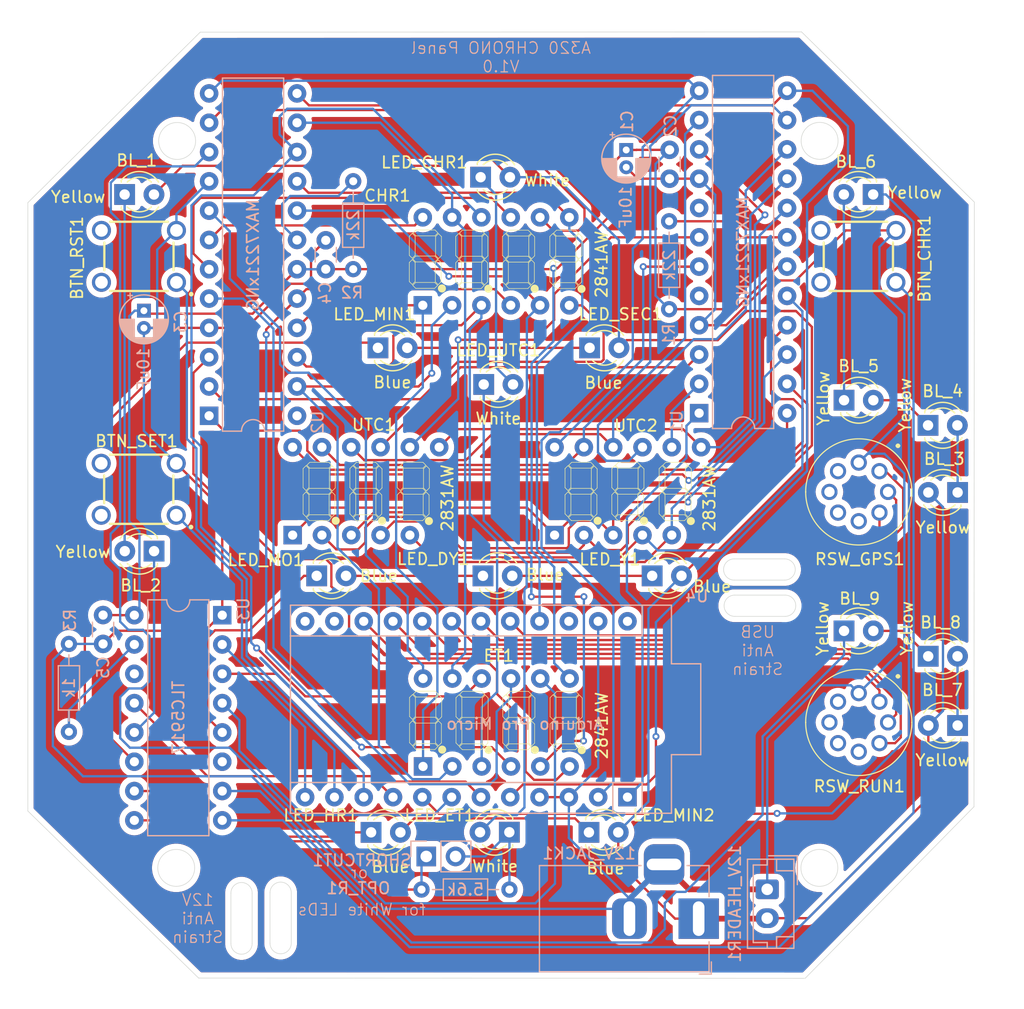
<source format=kicad_pcb>
(kicad_pcb (version 20240108) (generator "pcbnew") (generator_version "8.0")
  (title_block (title "A320 CHRONO Panel") (date "2024-12-08") (rev "V1.0") (company "S.K."))
  (layers (0 "F.Cu" signal) (31 "B.Cu" signal) (34 "B.Paste" user) (35 "F.Paste" user) (36 "B.SilkS" user "B.Silkscreen") (37 "F.SilkS" user "F.Silkscreen") (38 "B.Mask" user) (39 "F.Mask" user) (44 "Edge.Cuts" user))
  (net 0 "")
  (net 1 "GND")
  (net 2 "12V_IN")
  (net 3 "Net-(BL_1-K)")
  (net 4 "BACKLIGHT_4")
  (net 5 "Net-(BL_4-K)")
  (net 6 "Net-(BL_5-K)")
  (net 7 "BACKLIGHT_5")
  (net 8 "Net-(BL_7-K)")
  (net 9 "Net-(BL_8-K)")
  (net 10 "BACKLIGHT_6")
  (net 12 "BTN_CHR")
  (net 15 "BTN_RST")
  (net 19 "BTN_SET")
  (net 20 "+5V")
  (net 21 "BACKLIGHT_1")
  (net 22 "Net-(LED_ET1-K)")
  (net 23 "SEG__G")
  (net 24 "CHR_D2")
  (net 25 "Net-(LED_CHR1-K)")
  (net 26 "Net-(LED_DY1-A)")
  (net 27 "Net-(LED_DY1-K)")
  (net 28 "Net-(LED_ET1-A)")
  (net 29 "BACKLIGHT_3")
  (net 30 "BACKLIGHT_2")
  (net 31 "Net-(U1-ISET)")
  (net 32 "Net-(U2-ISET)")
  (net 33 "Net-(U3-R-EXT)")
  (net 34 "RSW_INT")
  (net 36 "RSW_SET")
  (net 40 "RSW_GPS")
  (net 45 "RSW_RUN")
  (net 46 "RSW_STP")
  (net 47 "RSW_RST")
  (net 48 "DISP_DIN")
  (net 49 "DISP_OUT1")
  (net 51 "DISP_CLOCK")
  (net 53 "DISP_LATCH")
  (net 55 "OSH_DIN")
  (net 56 "OSH_CLOCK")
  (net 57 "OSH_LATCH")
  (net 59 "OUT_BRT_LED")
  (net 64 "Net-(BL_3-K)")
  (net 65 "BACKLIGHT_7")
  (net 66 "Net-(LED_HR1-A)")
  (net 67 "Net-(LED_MIN1-A)")
  (net 68 "CHR_D0")
  (net 69 "CHR_D3")
  (net 70 "SEG__C")
  (net 71 "SEG__F")
  (net 72 "SEG__D")
  (net 73 "SEG__E")
  (net 74 "SEG__B")
  (net 75 "SEG__DP")
  (net 76 "CHR_D1")
  (net 77 "SEG__A")
  (net 78 "ET_D6")
  (net 79 "ET_D4")
  (net 80 "ET_D5")
  (net 81 "ET_D7")
  (net 82 "UTC_S_G")
  (net 83 "UTC_S_F")
  (net 84 "UTC_D4")
  (net 85 "UTC_S_A")
  (net 86 "UTC_S_B")
  (net 87 "UTC_S_E")
  (net 88 "UTC_D3")
  (net 89 "UTC_D2")
  (net 90 "UTC_D0")
  (net 91 "UTC_S_DP")
  (net 92 "UTC_S_D")
  (net 93 "UTC_D5")
  (net 94 "UTC_D1")
  (net 95 "UTC_S_C")
  (footprint "SamacSys_Parts:B3F1000" (layer "F.Cu") (at 66.649521 57.911479)
    (property "Reference" "BTN_SET1")
    (property "Value" "B3F-1055" (hide yes))
  )
  (footprint "LED_THT:LED_D3.0mm" (layer "F.Cu") (at 67.976921 63.273979 180)
    (property "Reference" "BL_2")
    (property "Value" "Yellow")
  )
  (footprint "LED_THT:LED_D3.0mm" (layer "F.Cu") (at 86.786921 87.643979)
    (property "Reference" "LED_HR1")
    (property "Value" "Blue")
  )
  (footprint "SamacSys_Parts:B3F1000" (layer "F.Cu") (at 129.016921 37.726079)
    (property "Reference" "BTN_CHR1")
    (property "Value" "B3F-1055" (hide yes))
  )
  (footprint "LED_THT:LED_D3.0mm" (layer "F.Cu") (at 137.62 78.383979 180)
    (property "Reference" "BL_7")
    (property "Value" "Yellow")
  )
  (footprint "LED_THT:LED_D3.0mm" (layer "F.Cu") (at 105.726921 45.653979)
    (property "Reference" "LED_SEC1")
    (property "Value" "Blue")
  )
  (footprint "LED_THT:LED_D3.0mm" (layer "F.Cu") (at 111.146921 65.413979)
    (property "Reference" "LED_Y1")
    (property "Value" "Blue")
  )
  (footprint "My:2841AW" (layer "F.Cu") (at 97.554421 38.149079)
    (property "Reference" "CHR1")
    (property "Value" "2841AW")
  )
  (footprint "LED_THT:LED_D3.0mm" (layer "F.Cu") (at 96.546921 48.823979)
    (property "Reference" "LED_UTC1")
    (property "Value" "White")
  )
  (footprint "LED_THT:LED_D3.0mm" (layer "F.Cu") (at 127.775 70.183979)
    (property "Reference" "BL_9")
    (property "Value" "Yellow")
  )
  (footprint "LED_THT:LED_D3.0mm" (layer "F.Cu") (at 105.666921 87.643979)
    (property "Reference" "LED_MIN2")
    (property "Value" "Blue")
  )
  (footprint "LED_THT:LED_D3.0mm" (layer "F.Cu") (at 96.481921 65.413979)
    (property "Reference" "LED_DY1")
    (property "Value" "Blue")
  )
  (footprint "LED_THT:LED_D3.0mm" (layer "F.Cu") (at 82.071921 65.413979)
    (property "Reference" "LED_MO1")
    (property "Value" "Blue")
  )
  (footprint "LED_THT:LED_D3.0mm" (layer "F.Cu") (at 96.279421 30.863979)
    (property "Reference" "LED_CHR1")
    (property "Value" "White")
  )
  (footprint "LED_THT:LED_D3.0mm" (layer "F.Cu") (at 87.376921 45.653979)
    (property "Reference" "LED_MIN1")
    (property "Value" "Blue")
  )
  (footprint "LED_THT:LED_D3.0mm" (layer "F.Cu") (at 137.62 58.1855 180)
    (property "Reference" "BL_3")
    (property "Value" "Yellow")
  )
  (footprint "LED_THT:LED_D3.0mm" (layer "F.Cu") (at 135.07 72.383979)
    (property "Reference" "BL_8")
    (property "Value" "Yellow")
  )
  (footprint "My:myRM103772BCB" (layer "F.Cu") (at 130.846 76.323079)
    (property "Reference" "RSW_RUN1")
    (property "Value" "RM103772BCB" (hide yes))
  )
  (footprint "My:2841AW" (layer "F.Cu") (at 97.576921 78.119079)
    (property "Reference" "ET1")
    (property "Value" "2841AW")
  )
  (footprint "My:2831AW" (layer "F.Cu") (at 109.036921 58.099379)
    (property "Reference" "UTC2")
    (property "Value" "2831AW")
  )
  (footprint "LED_THT:LED_D3.0mm" (layer "F.Cu") (at 135.055 52.37)
    (property "Reference" "BL_4")
    (property "Value" "Yellow")
  )
  (footprint "LED_THT:LED_D3.0mm" (layer "F.Cu") (at 127.775 50.193979)
    (property "Reference" "BL_5")
    (property "Value" "Yellow")
  )
  (footprint "SamacSys_Parts:B3F1000" (layer "F.Cu") (at 66.666921 37.726079)
    (property "Reference" "BTN_RST1")
    (property "Value" "B3F-1055" (hide yes))
  )
  (footprint "LED_THT:LED_D3.0mm" (layer "F.Cu") (at 65.426921 32.363979)
    (property "Reference" "BL_1")
    (property "Value" "Yellow")
  )
  (footprint "LED_THT:LED_D3.0mm" (layer "F.Cu") (at 98.766921 87.633979 180)
    (property "Reference" "LED_ET1")
    (property "Value" "White")
  )
  (footprint "LED_THT:LED_D3.0mm" (layer "F.Cu") (at 130.3 32.36 180)
    (property "Reference" "BL_6")
    (property "Value" "Yellow")
  )
  (footprint "My:myRM103772BCB" (layer "F.Cu") (at 130.846 56.344)
    (property "Reference" "RSW_GPS1")
    (property "Value" "RM103772BCB" (hide yes))
  )
  (footprint "My:2831AW" (layer "F.Cu") (at 86.336921 58.099379)
    (property "Reference" "UTC1")
    (property "Value" "2831AW")
  )
  (footprint "Connector_PinHeader_2.54mm:PinHeader_1x02_P2.54mm_Vertical" (layer "B.Cu") (at 91.566921 89.733979 -90)
    (property "Reference" "SHORTCUT1" (hide yes))
    (property "Value" "Pin Header 1x02" (hide yes))
  )
  (footprint "Resistor_THT:R_Axial_DIN0204_L3.6mm_D1.6mm_P7.62mm_Horizontal" (layer "B.Cu") (at 91.156921 92.603979)
    (property "Reference" "OPT_R1" (hide yes))
    (property "Value" "5.6k")
  )
  (footprint "Capacitor_THT:CP_Radial_D4.0mm_P1.50mm" (layer "B.Cu") (at 108.896921 28.503979 -90)
    (property "Reference" "C1")
    (property "Value" "10uF")
  )
  (footprint "Package_DIP:DIP-16_W7.62mm" (layer "B.Cu") (at 73.886921 68.823979 180)
    (property "Reference" "U3")
    (property "Value" "TLC5917")
  )
  (footprint "Arduino:Sparkfun_Pro_Micro" (layer "B.Cu") (at 81.066921 69.353979 -90)
    (property "Reference" "U4")
    (property "Value" "Arduino Pro Micro")
  )
  (footprint "Connector_BarrelJack:BarrelJack_Horizontal" (layer "B.Cu") (at 115.176921 95.123979)
    (property "Reference" "12V_JACK1")
    (property "Value" "Power Jack" (hide yes))
  )
  (footprint "Capacitor_THT:CP_Radial_D4.0mm_P1.50mm" (layer "B.Cu") (at 67.096921 42.433979 -90)
    (property "Reference" "C3")
    (property "Value" "10uF")
  )
  (footprint "Capacitor_THT:C_Disc_D3.0mm_W1.6mm_P2.50mm" (layer "B.Cu") (at 82.856921 38.833979 90)
    (property "Reference" "C4")
    (property "Value" "0.1uF Ceramic" (hide yes))
  )
  (footprint "Resistor_THT:R_Axial_DIN0204_L3.6mm_D1.6mm_P7.62mm_Horizontal" (layer "B.Cu") (at 112.616921 42.303979 90)
    (property "Reference" "R1")
    (property "Value" "22k")
  )
  (footprint "Resistor_THT:R_Axial_DIN0204_L3.6mm_D1.6mm_P7.62mm_Horizontal" (layer "B.Cu") (at 85.236921 38.833979 90)
    (property "Reference" "R2")
    (property "Value" "22k")
  )
  (footprint "Capacitor_THT:C_Disc_D3.0mm_W1.6mm_P2.50mm" (layer "B.Cu") (at 63.556921 68.813979 -90)
    (property "Reference" "C5")
    (property "Value" "0.1uF Ceramic" (hide yes))
  )
  (footprint "Resistor_THT:R_Axial_DIN0204_L3.6mm_D1.6mm_P7.62mm_Horizontal" (layer "B.Cu") (at 60.596921 78.933979 90)
    (property "Reference" "R3")
    (property "Value" "1k")
  )
  (footprint "Connector_JST:JST_EH_B2B-EH-A_1x02_P2.50mm_Vertical" (layer "B.Cu") (at 121.116921 92.583979 -90)
    (property "Reference" "12V_HEADER1")
    (property "Value" "Pin Header 1x02" (hide yes))
  )
  (footprint "Package_DIP:DIP-24_W7.62mm" (layer "B.Cu") (at 72.746921 51.543979)
    (property "Reference" "U2")
    (property "Value" "MAX7221xNG")
  )
  (footprint "Package_DIP:DIP-24_W7.62mm" (layer "B.Cu") (at 115.216921 51.313979)
    (property "Reference" "U1")
    (property "Value" "MAX7221xNG")
  )
  (footprint "Capacitor_THT:C_Disc_D3.0mm_W1.6mm_P2.50mm" (layer "B.Cu") (at 112.656921 28.493979 -90)
    (property "Reference" "C2")
    (property "Value" "0.1uF Ceramic" (hide yes))
  )
  (gr_circle (center 69.896921 90.723979) (end 71.496921 90.723979) (stroke (width 0.05)) (fill none) (layer "Edge.Cuts"))
  (gr_arc (start 118.301921 68.925119) (mid 117.380781 68.003979) (end 118.301921 67.082839) (stroke (width 0.05)) (layer "Edge.Cuts"))
  (gr_line (start 118.301921 68.925119) (end 122.671921 68.925119) (stroke (width 0.05)) (layer "Edge.Cuts"))
  (gr_line (start 76.476921 97.283979) (end 76.476921 92.913979) (stroke (width 0.05)) (layer "Edge.Cuts"))
  (gr_arc (start 78.025781 92.878979) (mid 78.946921 91.957839) (end 79.868061 92.878979) (stroke (width 0.05)) (layer "Edge.Cuts"))
  (gr_line (start 57.036921 85.793979) (end 57.036921 33.073979) (stroke (width 0.05)) (layer "Edge.Cuts"))
  (gr_arc (start 122.671921 67.083979) (mid 123.591921 68.003979) (end 122.671921 68.923979) (stroke (width 0.05)) (layer "Edge.Cuts"))
  (gr_line (start 139.066921 33.023979) (end 139.036921 85.423979) (stroke (width 0.05)) (layer "Edge.Cuts"))
  (gr_arc (start 76.476921 97.283979) (mid 75.556921 98.203979) (end 74.636921 97.283979) (stroke (width 0.05)) (layer "Edge.Cuts"))
  (gr_arc (start 118.256921 65.785119) (mid 117.335781 64.863979) (end 118.256921 63.942839) (stroke (width 0.05)) (layer "Edge.Cuts"))
  (gr_line (start 71.976921 18.293979) (end 124.096921 18.273979) (stroke (width 0.05)) (layer "Edge.Cuts"))
  (gr_line (start 74.635781 92.913979) (end 74.635781 97.283979) (stroke (width 0.05)) (layer "Edge.Cuts"))
  (gr_line (start 118.256921 65.785119) (end 122.626921 65.785119) (stroke (width 0.05)) (layer "Edge.Cuts"))
  (gr_line (start 57.036921 33.073979) (end 71.976921 18.293979) (stroke (width 0.05)) (layer "Edge.Cuts"))
  (gr_line (start 78.025781 92.878979) (end 78.025781 97.248979) (stroke (width 0.05)) (layer "Edge.Cuts"))
  (gr_line (start 124.406921 100.293979) (end 139.036921 85.423979) (stroke (width 0.05)) (layer "Edge.Cuts"))
  (gr_line (start 57.036921 85.793979) (end 71.836921 100.273979) (stroke (width 0.05)) (layer "Edge.Cuts"))
  (gr_line (start 122.626921 63.943979) (end 118.256921 63.943979) (stroke (width 0.05)) (layer "Edge.Cuts"))
  (gr_arc (start 122.626921 63.943979) (mid 123.546921 64.863979) (end 122.626921 65.783979) (stroke (width 0.05)) (layer "Edge.Cuts"))
  (gr_line (start 79.866921 97.248979) (end 79.866921 92.878979) (stroke (width 0.05)) (layer "Edge.Cuts"))
  (gr_line (start 122.671921 67.083979) (end 118.301921 67.083979) (stroke (width 0.05)) (layer "Edge.Cuts"))
  (gr_line (start 124.406921 100.293979) (end 71.836921 100.273979) (stroke (width 0.05)) (layer "Edge.Cuts"))
  (gr_circle (center 125.636921 90.723979) (end 127.236921 90.723979) (stroke (width 0.05)) (fill none) (layer "Edge.Cuts"))
  (gr_circle (center 69.976921 27.723979) (end 71.576921 27.723979) (stroke (width 0.05)) (fill none) (layer "Edge.Cuts"))
  (gr_circle (center 125.656921 27.713979) (end 127.256921 27.713979) (stroke (width 0.05)) (fill none) (layer "Edge.Cuts"))
  (gr_line (start 139.066921 33.023979) (end 124.096921 18.273979) (stroke (width 0.05)) (layer "Edge.Cuts"))
  (gr_arc (start 74.635781 92.913979) (mid 75.556921 91.992839) (end 76.478061 92.913979) (stroke (width 0.05)) (layer "Edge.Cuts"))
  (gr_arc (start 79.866921 97.248979) (mid 78.946921 98.168979) (end 78.026921 97.248979) (stroke (width 0.05)) (layer "Edge.Cuts"))
  (gr_text "12V\nAnti\nStrain" (at 71.76 97.31 0) (layer "B.SilkS") (effects (font (size 1 1) (thickness 0.1)) (justify bottom mirror)))
  (gr_text "or" (at 86.598826 91.703979 0) (layer "B.SilkS") (effects (font (size 1 1) (thickness 0.1)) (justify left bottom mirror)))
  (gr_text "USB\nAnti\nStrain" (at 120.286921 74.083979 0) (layer "B.SilkS") (effects (font (size 1 1) (thickness 0.1)) (justify bottom mirror)))
  (gr_text "${TITLE}\n${REVISION}" (at 98.036921 21.86 0) (layer "B.SilkS") (effects (font (size 1 1) (thickness 0.1)) (justify bottom mirror)))
  (gr_text "for White LEDs" (at 85.98 94.93 0) (layer "B.SilkS") (effects (font (size 1 1) (thickness 0.1)) (justify bottom mirror)))
  (segment (start 109.886921 30.993979) (end 109.701321 30.808279) (width 0.2) (layer "F.Cu") (net 1))
  (segment (start 75.986021 43.923979) (end 72.746921 43.923979) (width 0.2) (layer "F.Cu") (net 1))
  (segment (start 117.556921 43.693979) (end 121.436921 39.813979) (width 0.2) (layer "F.Cu") (net 1))
  (segment (start 81.58 39.65) (end 81.13 40.1) (width 0.2) (layer "F.Cu") (net 1))
  (segment (start 112.656921 30.993979) (end 109.886921 30.993979) (width 0.2) (layer "F.Cu") (net 1))
  (segment (start 72.391235 70.173979) (end 73.741235 68.823979) (width 0.2) (layer "F.Cu") (net 1))
  (segment (start 69.899521 55.661479) (end 73.886921 59.648879) (width 0.2) (layer "F.Cu") (net 1))
  (segment (start 127.927121 35.476079) (end 132.266921 35.476079) (width 0.2) (layer "F.Cu") (net 1))
  (segment (start 64.696921 70.173979) (end 72.391235 70.173979) (width 0.2) (layer "F.Cu") (net 1))
  (segment (start 63.556921 71.313979) (end 64.696921 70.173979) (width 0.2) (layer "F.Cu") (net 1))
  (segment (start 121.436921 39.813979) (end 123.589221 39.813979) (width 0.2) (layer "F.Cu") (net 1))
  (segment (start 81.13 40.1) (end 79.81 40.1) (width 0.2) (layer "F.Cu") (net 1))
  (segment (start 115.216921 43.693979) (end 117.556921 43.693979) (width 0.2) (layer "F.Cu") (net 1))
  (segment (start 123.589221 39.813979) (end 127.927121 35.476079) (width 0.2) (layer "F.Cu") (net 1))
  (segment (start 82.856921 36.333979) (end 81.58 37.6109) (width 0.2) (layer "F.Cu") (net 1))
  (segment (start 67.106921 43.923979) (end 72.746921 43.923979) (width 0.2) (layer "F.Cu") (net 1))
  (segment (start 79.81 40.1) (end 75.986021 43.923979) (width 0.2) (layer "F.Cu") (net 1))
  (segment (start 81.58 37.6109) (end 81.58 39.65) (width 0.2) (layer "F.Cu") (net 1))
  (segment (start 109.701321 30.808279) (end 108.896921 30.003979) (width 0.2) (layer "F.Cu") (net 1))
  (segment (start 115.216921 30.993979) (end 112.656921 30.993979) (width 0.2) (layer "F.Cu") (net 1))
  (segment (start 101.386921 84.593979) (end 103.926921 84.593979) (width 0.2) (layer "F.Cu") (net 1))
  (segment (start 73.886921 59.648879) (end 73.886921 68.823979) (width 0.2) (layer "F.Cu") (net 1))
  (segment (start 121.116921 92.583979) (end 114.336921 92.583979) (width 0.5) (layer "F.Cu") (net 1))
  (segment (start 114.336921 92.583979) (end 112.176921 90.423979) (width 0.5) (layer "F.Cu") (net 1))
  (segment (start 129.05 55.6) (end 133 51.65) (width 0.2) (layer "B.Cu") (net 1))
  (segment (start 60.596921 71.313979) (end 59.206921 72.703979) (width 0.2) (layer "B.Cu") (net 1))
  (segment (start 60.596921 71.313979) (end 63.556921 71.313979) (width 0.2) (layer "B.Cu") (net 1))
  (segment (start 112.176921 90.423979) (end 109.198621 93.402279) (width 0.5) (layer "B.Cu") (net 1))
  (segment (start 130.84 36.903) (end 130.84 40.58) (width 0.2) (layer "B.Cu") (net 1))
  (segment (start 68.246921 37.146079) (end 69.916921 35.476079) (width 0.2) (layer "B.Cu") (net 1))
  (segment (start 133 71.629079) (end 129.05 75.579079) (width 0.2) (layer "B.Cu") (net 1))
  (segment (start 129.05 55.6) (end 129.82 54.83) (width 0.2) (layer "B.Cu") (net 1))
  (segment (start 67.096921 52.858879) (end 67.096921 43.933979) (width 0.2) (layer "B.Cu") (net 1))
  (segment (start 121.116921 79.499579) (end 121.116921 92.583979) (width 0.2) (layer "B.Cu") (net 1))
  (segment (start 76.441549 82.783979) (end 87.931549 94.273979) (width 0.2) (layer "B.Cu") (net 1))
  (segment (start 133 51.65) (end 133 42.74) (width 0.2) (layer "B.Cu") (net 1))
  (segment (start 125.7165 74.9) (end 121.116921 79.499579) (width 0.2) (layer "B.Cu") (net 1))
  (segment (start 109.198621 93.402279) (end 109.176921 93.423979) (width 0.2) (layer "B.Cu") (net 1))
  (segment (start 87.931549 94.273979) (end 108.326921 94.273979) (width 0.2) (layer "B.Cu") (net 1))
  (segment (start 133 56.55) (end 133 71.629079) (width 0.2) (layer "B.Cu") (net 1))
  (segment (start 130.84 40.58) (end 133 42.74) (width 0.2) (layer "B.Cu") (net 1))
  (segment (start 129.82 54.83) (end 131.28 54.83) (width 0.2) (layer "B.Cu") (net 1))
  (segment (start 69.916921 34.053979) (end 72.746921 31.223979) (width 0.2) (layer "B.Cu") (net 1))
  (segment (start 67.945449 43.933979) (end 68.246921 43.632507) (width 0.2) (layer "B.Cu") (net 1))
  (segment (start 61.816921 82.783979) (end 76.441549 82.783979) (width 0.2) (layer "B.Cu") (net 1))
  (segment (start 59.206921 80.173979) (end 61.816921 82.783979) (width 0.2) (layer "B.Cu") (net 1))
  (segment (start 131.28 54.83) (end 133 56.55) (width 0.2) (layer "B.Cu") (net 1))
  (segment (start 69.916921 35.476079) (end 69.916921 34.053979) (width 0.2) (layer "B.Cu") (net 1))
  (segment (start 129.05 75.579079) (end 128.370921 74.9) (width 0.2) (layer "B.Cu") (net 1))
  (segment (start 103.926921 84.593979) (end 106.466921 82.053979) (width 0.2) (layer "B.Cu") (net 1))
  (segment (start 103.926921 84.593979) (end 103.926921 88.130679) (width 0.2) (layer "B.Cu") (net 1))
  (segment (start 116.61 32.387058) (end 116.61 42.3009) (width 0.2) (layer "B.Cu") (net 1))
  (segment (start 116.61 42.3009) (end 115.216921 43.693979) (width 0.2) (layer "B.Cu") (net 1))
  (segment (start 68.246921 43.632507) (end 68.246921 37.146079) (width 0.2) (layer "B.Cu") (net 1))
  (segment (start 128.370921 74.9) (end 125.7165 74.9) (width 0.2) (layer "B.Cu") (net 1))
  (segment (start 69.899521 55.661479) (end 67.096921 52.858879) (width 0.2) (layer "B.Cu") (net 1))
  (segment (start 59.206921 72.703979) (end 59.206921 80.173979) (width 0.2) (layer "B.Cu") (net 1))
  (segment (start 67.096921 43.933979) (end 67.945449 43.933979) (width 0.2) (layer "B.Cu") (net 1))
  (segment (start 103.926921 88.130679) (end 109.198621 93.402279) (width 0.2) (layer "B.Cu") (net 1))
  (segment (start 115.216921 30.993979) (end 116.61 32.387058) (width 0.2) (layer "B.Cu") (net 1))
  (segment (start 109.176921 93.423979) (end 109.176921 95.123979) (width 0.5) (layer "B.Cu") (net 1))
  (segment (start 106.466921 82.053979) (end 106.466921 69.353979) (width 0.2) (layer "B.Cu") (net 1))
  (segment (start 132.266921 35.476079) (end 130.84 36.903) (width 0.2) (layer "B.Cu") (net 1))
  (segment (start 135.08 84.67) (end 124.666021 95.083979) (width 0.2) (layer "F.Cu") (net 2))
  (segment (start 124.666021 95.083979) (end 121.116921 95.083979) (width 0.2) (layer "F.Cu") (net 2))
  (segment (start 113.125221 95.123979) (end 108.206921 90.205679) (width 0.2) (layer "F.Cu") (net 2))
  (segment (start 122.58 42.463979) (end 122.98 42.463979) (width 0.2) (layer "F.Cu") (net 2))
  (segment (start 115.176921 95.123979) (end 113.125221 95.123979) (width 0.2) (layer "F.Cu") (net 2))
  (segment (start 108.936921 44.983979) (end 116.832607 44.983979) (width 0.2) (layer "F.Cu") (net 2))
  (segment (start 113.686921 65.413979) (end 124.99 54.1109) (width 0.2) (layer "F.Cu") (net 2))
  (segment (start 115.176921 95.123979) (end 121.076921 95.123979) (width 0.5) (layer "F.Cu") (net 2))
  (segment (start 124.99 43.84) (end 124.99 54.1109) (width 0.2) (layer "F.Cu") (net 2))
  (segment (start 119.352607 42.463979) (end 122.58 42.463979) (width 0.2) (layer "F.Cu") (net 2))
  (segment (start 97.247721 29.292279) (end 98.819421 30.863979) (width 0.2) (layer "F.Cu") (net 2))
  (segment (start 67.966921 32.363979) (end 70.452209 29.878691) (width 0.2) (layer "F.Cu") (net 2))
  (segment (start 116.832607 44.983979) (end 119.352607 42.463979) (width 0.2) (layer "F.Cu") (net 2))
  (segment (start 70.452209 29.878691) (end 93.791309 29.878691) (width 0.2) (layer "F.Cu") (net 2))
  (segment (start 93.791309 29.878691) (end 94.377721 29.292279) (width 0.2) (layer "F.Cu") (net 2))
  (segment (start 123.613979 42.463979) (end 124.99 43.84) (width 0.2) (layer "F.Cu") (net 2))
  (segment (start 94.377721 29.292279) (end 97.247721 29.292279) (width 0.2) (layer "F.Cu") (net 2))
  (segment (start 108.266921 45.653979) (end 108.936921 44.983979) (width 0.2) (layer "F.Cu") (net 2))
  (segment (start 122.98 42.463979) (end 123.563979 42.463979) (width 0.2) (layer "F.Cu") (net 2))
  (segment (start 122.58 42.463979) (end 123.613979 42.463979) (width 0.2) (layer "F.Cu") (net 2))
  (segment (start 135.08 78.383979) (end 135.08 84.67) (width 0.2) (layer "F.Cu") (net 2))
  (segment (start 108.206921 90.205679) (end 108.206921 87.643979) (width 0.2) (layer "F.Cu") (net 2))
  (segment (start 98.819421 30.863979) (end 102.803979 30.863979) (width 0.2) (layer "B.Cu") (net 2))
  (segment (start 110.82 68.2809) (end 113.686921 65.413979) (width 0.2) (layer "B.Cu") (net 2))
  (segment (start 108.156921 87.643979) (end 110.82 84.9809) (width 0.2) (layer "B.Cu") (net 2))
  (segment (start 136.35 77.113979) (end 136.35 59.4555) (width 0.2) (layer "B.Cu") (net 2))
  (segment (start 110.82 84.9809) (end 110.82 68.2809) (width 0.2) (layer "B.Cu") (net 2))
  (segment (start 102.803979 30.863979) (end 108.266921 36.326921) (width 0.2) (layer "B.Cu") (net 2))
  (segment (start 108.266921 36.326921) (end 108.266921 45.653979) (width 0.2) (layer "B.Cu") (net 2))
  (segment (start 136.35 77.113979) (end 135.08 78.383979) (width 0.2) (layer "B.Cu") (net 2))
  (segment (start 136.35 59.4555) (end 135.08 58.1855) (width 0.2) (layer "B.Cu") (net 2))
  (segment (start 65.426921 32.363979) (end 65.426921 63.263979) (width 0.2) (layer "B.Cu") (net 3))
  (segment (start 67.83 84.063979) (end 71.786022 88.02) (width 0.2) (layer "F.Cu") (net 4))
  (segment (start 84.18 88.02) (end 84.556021 87.643979) (width 0.2) (layer "F.Cu") (net 4))
  (segment (start 84.556021 87.643979) (end 86.786921 87.643979) (width 0.2) (layer "F.Cu") (net 4))
  (segment (start 71.786022 88.02) (end 84.18 88.02) (width 0.2) (layer "F.Cu") (net 4))
  (segment (start 66.266921 84.063979) (end 67.83 84.063979) (width 0.2) (layer "F.Cu") (net 4))
  (segment (start 132.878979 50.193979) (end 135.055 52.37) (width 0.2) (layer "F.Cu") (net 5))
  (segment (start 130.315 50.193979) (end 132.878979 50.193979) (width 0.2) (layer "F.Cu") (net 5))
  (segment (start 127.76 35.445) (end 127.775 35.46) (width 0.2) (layer "B.Cu") (net 6))
  (segment (start 127.775 50.193979) (end 127.775 35.46) (width 0.2) (layer "B.Cu") (net 6))
  (segment (start 127.76 32.36) (end 127.76 35.445) (width 0.2) (layer "B.Cu") (net 6))
  (segment (start 67.976921 63.273979) (end 67.976921 77.273979) (width 0.2) (layer "B.Cu") (net 7))
  (segment (start 67.976921 77.273979) (end 66.266921 78.983979) (width 0.2) (layer "B.Cu") (net 7))
  (segment (start 137.61 72.383979) (end 137.61 78.373979) (width 0.2) (layer "B.Cu") (net 8))
  (segment (start 132.87 70.183979) (end 135.07 72.383979) (width 0.2) (layer "F.Cu") (net 9))
  (segment (start 130.315 70.183979) (end 132.87 70.183979) (width 0.2) (layer "F.Cu") (net 9))
  (segment (start 90.116777 97.590579) (end 79.130177 86.603979) (width 0.2) (layer "B.Cu") (net 10))
  (segment (start 79.130177 86.603979) (end 73.886921 86.603979) (width 0.2) (layer "B.Cu") (net 10))
  (segment (start 130.3 32.36) (end 131.4 32.36) (width 0.2) (layer "B.Cu") (net 10))
  (segment (start 133.8 34.76) (end 133.8 85.9509) (width 0.2) (layer "B.Cu") (net 10))
  (segment (start 133.8 85.9509) (end 122.160321 97.590579) (width 0.2) (layer "B.Cu") (net 10))
  (segment (start 131.4 32.36) (end 133.8 34.76) (width 0.2) (layer "B.Cu") (net 10))
  (segment (start 122.160321 97.590579) (end 90.116777 97.590579) (width 0.2) (layer "B.Cu") (net 10))
  (segment (start 121.936021 86.033979) (end 121.97 86) (width 0.2) (layer "F.Cu") (net 12))
  (segment (start 91.226921 84.593979) (end 92.666921 86.033979) (width 0.2) (layer "F.Cu") (net 12))
  (segment (start 92.666921 86.033979) (end 121.936021 86.033979) (width 0.2) (layer "F.Cu") (net 12))
  (via (at 121.97 86) (size 0.6) (drill 0.3) (layers "F.Cu" "B.Cu") (net 12))
  (segment (start 133.4 79.33) (end 133.4 41.109158) (width 0.2) (layer "B.Cu") (net 12))
  (segment (start 133.4 41.109158) (end 132.266921 39.976079) (width 0.2) (layer "B.Cu") (net 12))
  (segment (start 121.97 86) (end 126.73 86) (width 0.2) (layer "B.Cu") (net 12))
  (segment (start 126.73 86) (end 133.4 79.33) (width 0.2) (layer "B.Cu") (net 12))
  (segment (start 70.82 53.541858) (end 71.646721 54.368579) (width 0.2) (layer "B.Cu") (net 15))
  (segment (start 75.996921 65.693193) (end 71.646721 61.342993) (width 0.2) (layer "B.Cu") (net 15))
  (segment (start 86.146921 84.593979) (end 86.146921 82.492607) (width 0.2) (layer "B.Cu") (net 15))
  (segment (start 69.916921 39.976079) (end 70.82 40.879158) (width 0.2) (layer "B.Cu") (net 15))
  (segment (start 75.996921 72.342608) (end 75.996921 65.693193) (width 0.2) (layer "B.Cu") (net 15))
  (segment (start 70.82 40.879158) (end 70.82 53.541858) (width 0.2) (layer "B.Cu") (net 15))
  (segment (start 75.996921 72.342608) (end 86.146921 82.492607) (width 0.2) (layer "B.Cu") (net 15))
  (segment (start 71.646721 61.342993) (end 71.646721 54.368579) (width 0.2) (layer "B.Cu") (net 15))
  (segment (start 82.736921 79.648293) (end 75.596921 72.508293) (width 0.2) (layer "B.Cu") (net 19))
  (segment (start 75.596921 65.858879) (end 69.899521 60.161479) (width 0.2) (layer "B.Cu") (net 19))
  (segment (start 83.606921 84.593979) (end 83.606921 80.518294) (width 0.2) (layer "B.Cu") (net 19))
  (segment (start 83.606921 80.518294) (end 82.736921 79.648294) (width 0.2) (layer "B.Cu") (net 19))
  (segment (start 82.736921 79.648294) (end 82.736921 79.648293) (width 0.2) (layer "B.Cu") (net 19))
  (segment (start 75.596921 72.508293) (end 75.596921 65.858879) (width 0.2) (layer "B.Cu") (net 19))
  (segment (start 118.381235 42.303979) (end 122.071235 38.613979) (width 0.2) (layer "F.Cu") (net 20))
  (segment (start 102.59 38.76) (end 102.93 38.76) (width 0.2) (layer "F.Cu") (net 20))
  (segment (start 112.656921 28.493979) (end 109.808621 28.493979) (width 0.2) (layer "F.Cu") (net 20))
  (segment (start 108.896921 28.503979) (end 109.798621 28.503979) (width 0.2) (layer "F.Cu") (net 20))
  (segment (start 107.25 34.44) (end 107.25 30.1509) (width 0.2) (layer "F.Cu") (net 20))
  (segment (start 85.236921 38.833979) (end 82.856921 38.833979) (width 0.2) (layer "F.Cu") (net 20))
  (segment (start 112.616921 42.303979) (end 118.381235 42.303979) (width 0.2) (layer "F.Cu") (net 20))
  (segment (start 122.071235 38.613979) (end 122.836921 38.613979) (width 0.2) (layer "F.Cu") (net 20))
  (segment (start 65.155221 68.813979) (end 65.165221 68.823979) (width 0.2) (layer "F.Cu") (net 20))
  (segment (start 109.808621 28.493979) (end 109.798621 28.503979) (width 0.2) (layer "F.Cu") (net 20))
  (segment (start 76.516921 42.693979) (end 67.356921 42.693979) (width 0.2) (layer "F.Cu") (net 20))
  (segment (start 66.266921 68.823979) (end 65.165221 68.823979) (width 0.2) (layer "F.Cu") (net 20))
  (segment (start 63.556921 68.813979) (end 65.155221 68.813979) (width 0.2) (layer "F.Cu") (net 20))
  (segment (start 80.366921 38.843979) (end 76.516921 42.693979) (width 0.2) (layer "F.Cu") (net 20))
  (segment (start 102.93 38.76) (end 107.25 34.44) (width 0.2) (layer "F.Cu") (net 20))
  (segment (start 102.345221 38.833979) (end 85.236921 38.833979) (width 0.2) (layer "F.Cu") (net 20))
  (segment (start 107.25 30.1509) (end 108.896921 28.503979) (width 0.2) (layer "F.Cu") (net 20))
  (via (at 102.59 38.76) (size 0.6) (drill 0.3) (layers "F.Cu" "B.Cu") (net 20))
  (segment (start 66.710021 61.57) (end 65.826921 60.6869) (width 0.2) (layer "B.Cu") (net 20))
  (segment (start 102.59 45.085414) (end 100.696921 46.978493) (width 0.2) (layer "B.Cu") (net 20))
  (segment (start 65.826921 42.903979) (end 66.296921 42.433979) (width 0.2) (layer "B.Cu") (net 20))
  (segment (start 80.366921 38.843979) (end 82.846921 38.843979) (width 0.2) (layer "B.Cu") (net 20))
  (segment (start 101.386921 63.953979) (end 100.696921 63.263979) (width 0.2) (layer "B.Cu") (net 20))
  (segment (start 66.296921 42.433979) (end 67.096921 42.433979) (width 0.2) (layer "B.Cu") (net 20))
  (segment (start 111.436921 41.123979) (end 112.616921 42.303979) (width 0.2) (layer "B.Cu") (net 20))
  (segment (start 101.386921 69.353979) (end 101.386921 63.953979) (width 0.2) (layer "B.Cu") (net 20))
  (segment (start 102.59 38.76) (end 102.59 45.085414) (width 0.2) (layer "B.Cu") (net 20))
  (segment (start 112.656921 28.493979) (end 111.436921 29.713979) (width 0.2) (layer "B.Cu") (net 20))
  (segment (start 65.826921 60.6869) (end 65.826921 42.903979) (width 0.2) (layer "B.Cu") (net 20))
  (segment (start 66.710021 68.380879) (end 66.710021 61.57) (width 0.2) (layer "B.Cu") (net 20))
  (segment (start 111.436921 29.713979) (end 111.436921 41.123979) (width 0.2) (layer "B.Cu") (net 20))
  (segment (start 100.696921 63.263979) (end 100.696921 46.978493) (width 0.2) (layer "B.Cu") (net 20))
  (segment (start 71.620336 88.42) (end 84.54 88.42) (width 0.2) (layer "F.Cu") (net 21))
  (segment (start 84.54 88.42) (end 88.71 92.59) (width 0.2) (layer "F.Cu") (net 21))
  (segment (start 69.804315 86.603979) (end 71.620336 88.42) (width 0.2) (layer "F.Cu") (net 21))
  (segment (start 88.71 92.59) (end 88.71 92.603979) (width 0.2) (layer "F.Cu") (net 21))
  (segment (start 88.71 92.603979) (end 91.156921 92.603979) (width 0.2) (layer "F.Cu") (net 21))
  (segment (start 66.266921 86.603979) (end 69.804315 86.603979) (width 0.2) (layer "F.Cu") (net 21))
  (segment (start 91.156921 92.603979) (end 91.156921 90.143979) (width 0.2) (layer "B.Cu") (net 21))
  (segment (start 96.666921 89.733979) (end 94.106921 89.733979) (width 0.2) (layer "B.Cu") (net 22))
  (segment (start 98.776921 92.603979) (end 98.776921 87.643979) (width 0.2) (layer "B.Cu") (net 22))
  (segment (start 98.766921 87.633979) (end 96.666921 89.733979) (width 0.2) (layer "B.Cu") (net 22))
  (segment (start 101.449458 81.933979) (end 103.663437 79.72) (width 0.2) (layer "F.Cu") (net 23))
  (segment (start 98.916958 39.453979) (end 93.526921 39.453979) (width 0.2) (layer "F.Cu") (net 23))
  (segment (start 101.426958 41.963979) (end 98.916958 39.453979) (width 0.2) (layer "F.Cu") (net 23))
  (segment (start 103.663437 79.72) (end 105.2 79.72) (width 0.2) (layer "F.Cu") (net 23))
  (segment (start 100.676921 67.223979) (end 104.996921 67.223979) (width 0.2) (layer "F.Cu") (net 23))
  (via (at 105.2 79.72) (size 0.6) (drill 0.3) (layers "F.Cu" "B.Cu") (net 23))
  (via (at 105.23 67.22) (size 0.6) (drill 0.3) (layers "F.Cu" "B.Cu") (net 23))
  (via (at 100.676921 67.223979) (size 0.6) (drill 0.3) (layers "F.Cu" "B.Cu") (net 23))
  (via (at 93.526921 39.453979) (size 0.6) (drill 0.3) (layers "F.Cu" "B.Cu") (net 23))
  (segment (start 100.678321 64.075379) (end 100.678321 64.933979) (width 0.2) (layer "B.Cu") (net 23))
  (segment (start 105.23 79.59) (end 105.1 79.72) (width 0.2) (layer "B.Cu") (net 23))
  (segment (start 100.676921 66.685379) (end 100.678321 66.683979) (width 0.2) (layer "B.Cu") (net 23))
  (segment (start 100.286921 63.419665) (end 100.286921 43.104016) (width 0.2) (layer "B.Cu") (net 23))
  (segment (start 100.678321 64.933979) (end 100.678321 65.743979) (width 0.2) (layer "B.Cu") (net 23))
  (segment (start 100.678321 65.743979) (end 100.678321 66.683979) (width 0.2) (layer "B.Cu") (net 23))
  (segment (start 100.286921 43.104016) (end 101.426958 41.963979) (width 0.2) (layer "B.Cu") (net 23))
  (segment (start 93.526921 39.453979) (end 87.836921 33.763979) (width 0.2) (layer "B.Cu") (net 23))
  (segment (start 105.23 67.22) (end 105.23 79.59) (width 0.2) (layer "B.Cu") (net 23))
  (segment (start 100.676921 67.223979) (end 100.676921 66.685379) (width 0.2) (layer "B.Cu") (net 23))
  (segment (start 87.836921 33.763979) (end 80.366921 33.763979) (width 0.2) (layer "B.Cu") (net 23))
  (segment (start 100.678321 66.683979) (end 100.678321 66.852879) (width 0.2) (layer "B.Cu") (net 23))
  (segment (start 100.678321 63.811065) (end 100.286921 63.419665) (width 0.2) (layer "B.Cu") (net 23))
  (segment (start 100.678321 65.743979) (end 100.678321 63.811065) (width 0.2) (layer "B.Cu") (net 23))
  (segment (start 72.746921 38.843979) (end 71.39 37.487058) (width 0.2) (layer "F.Cu") (net 24))
  (segment (start 71.39 37.487058) (end 71.39 33.267479) (width 0.2) (layer "F.Cu") (net 24))
  (segment (start 71.39 33.267479) (end 72 32.657479) (width 0.2) (layer "F.Cu") (net 24))
  (segment (start 97.200458 32.657479) (end 98.886958 34.343979) (width 0.2) (layer "F.Cu") (net 24))
  (segment (start 72 32.657479) (end 97.200458 32.657479) (width 0.2) (layer "F.Cu") (net 24))
  (segment (start 99.086921 48.823979) (end 97.616921 47.353979) (width 0.2) (layer "B.Cu") (net 25))
  (segment (start 97.616921 47.353979) (end 97.616921 32.383979) (width 0.2) (layer "B.Cu") (net 25))
  (segment (start 97.616921 32.383979) (end 96.279421 31.046479) (width 0.2) (layer "B.Cu") (net 25))
  (segment (start 99.021921 65.413979) (end 111.146921 65.413979) (width 0.2) (layer "F.Cu") (net 26))
  (segment (start 84.611921 65.413979) (end 96.481921 65.413979) (width 0.2) (layer "F.Cu") (net 27))
  (segment (start 100.076921 66.595379) (end 100.278321 66.393979) (width 0.2) (layer "B.Cu") (net 28))
  (segment (start 99.410221 86.150679) (end 100.076921 85.483979) (width 0.2) (layer "B.Cu") (net 28))
  (segment (start 96.226921 87.633979) (end 97.710221 86.150679) (width 0.2) (layer "B.Cu") (net 28))
  (segment (start 100.076921 85.483979) (end 100.076921 66.595379) (width 0.2) (layer "B.Cu") (net 28))
  (segment (start 97.710221 86.150679) (end 99.410221 86.150679) (width 0.2) (layer "B.Cu") (net 28))
  (segment (start 96.546921 60.613979) (end 96.546921 48.823979) (width 0.2) (layer "B.Cu") (net 28))
  (segment (start 100.267721 64.334779) (end 96.546921 60.613979) (width 0.2) (layer "B.Cu") (net 28))
  (segment (start 100.267721 66.383379) (end 100.267721 64.334779) (width 0.2) (layer "B.Cu") (net 28))
  (segment (start 100.278321 66.393979) (end 100.267721 66.383379) (width 0.2) (layer "B.Cu") (net 28))
  (segment (start 73.886921 78.983979) (end 72.576921 77.673979) (width 0.2) (layer "F.Cu") (net 29))
  (segment (start 76.251921 70.133979) (end 80.971921 65.413979) (width 0.2) (layer "F.Cu") (net 29))
  (segment (start 73.256921 70.133979) (end 76.251921 70.133979) (width 0.2) (layer "F.Cu") (net 29))
  (segment (start 72.576921 77.673979) (end 72.576921 70.813979) (width 0.2) (layer "F.Cu") (net 29))
  (segment (start 80.971921 65.413979) (end 82.071921 65.413979) (width 0.2) (layer "F.Cu") (net 29))
  (segment (start 72.576921 70.813979) (end 73.256921 70.133979) (width 0.2) (layer "F.Cu") (net 29))
  (segment (start 61.976921 77.233979) (end 61.976921 54.053979) (width 0.2) (layer "F.Cu") (net 30))
  (segment (start 70.827192 45.203708) (end 86.92665 45.203708) (width 0.2) (layer "F.Cu") (net 30))
  (segment (start 61.976921 54.053979) (end 70.827192 45.203708) (width 0.2) (layer "F.Cu") (net 30))
  (segment (start 66.266921 81.523979) (end 61.976921 77.233979) (width 0.2) (layer "F.Cu") (net 30))
  (segment (start 117.510421 34.683979) (end 118.900421 36.073979) (width 0.2) (layer "F.Cu") (net 31))
  (segment (start 122.836921 36.073979) (end 118.900421 36.073979) (width 0.2) (layer "F.Cu") (net 31))
  (segment (start 112.616921 34.683979) (end 117.510421 34.683979) (width 0.2) (layer "F.Cu") (net 31))
  (segment (start 83.956921 32.493979) (end 79.776021 32.493979) (width 0.2) (layer "B.Cu") (net 32))
  (segment (start 79.776021 32.493979) (end 79.08 33.19) (width 0.2) (layer "B.Cu") (net 32))
  (segment (start 79.08 35.017058) (end 80.366921 36.303979) (width 0.2) (layer "B.Cu") (net 32))
  (segment (start 79.08 33.19) (end 79.08 35.017058) (width 0.2) (layer "B.Cu") (net 32))
  (segment (start 85.236921 31.213979) (end 83.956921 32.493979) (width 0.2) (layer "B.Cu") (net 32))
  (segment (start 60.596921 78.933979) (end 60.596921 77.033979) (width 0.2) (layer "B.Cu") (net 33))
  (segment (start 60.596921 77.033979) (end 66.266921 71.363979) (width 0.2) (layer "B.Cu") (net 33))
  (segment (start 97.932942 70.98) (end 122.494214 70.98) (width 0.2) (layer "F.Cu") (net 34))
  (segment (start 132.29 58.84) (end 131.59 58.14) (width 0.2) (layer "F.Cu") (net 34))
  (segment (start 132.29 61.184214) (end 132.29 58.84) (width 0.2) (layer "F.Cu") (net 34))
  (segment (start 96.306921 69.353979) (end 97.932942 70.98) (width 0.2) (layer "F.Cu") (net 34))
  (segment (start 122.494214 70.98) (end 132.29 61.184214) (width 0.2) (layer "F.Cu") (net 34))
  (segment (start 130.846 62.062528) (end 130.846 59.936) (width 0.2) (layer "F.Cu") (net 36))
  (segment (start 122.328528 70.58) (end 130.846 62.062528) (width 0.2) (layer "F.Cu") (net 36))
  (segment (start 98.846921 69.353979) (end 100.072942 70.58) (width 0.2) (layer "F.Cu") (net 36))
  (segment (start 100.072942 70.58) (end 122.328528 70.58) (width 0.2) (layer "F.Cu") (net 36))
  (segment (start 95.792942 71.38) (end 122.6599 71.38) (width 0.2) (layer "F.Cu") (net 40))
  (segment (start 93.766921 69.353979) (end 95.792942 71.38) (width 0.2) (layer "F.Cu") (net 40))
  (segment (start 122.6599 71.38) (end 132.9 61.1399) (width 0.2) (layer "F.Cu") (net 40))
  (segment (start 132.9 57.87) (end 131.374 56.344) (width 0.2) (layer "F.Cu") (net 40))
  (segment (start 132.9 61.1399) (end 132.9 57.87) (width 0.2) (layer "F.Cu") (net 40))
  (segment (start 130.846 75.33313) (end 130.846 76.323079) (width 0.2) (layer "F.Cu") (net 45))
  (segment (start 86.146921 69.353979) (end 89.382942 72.59) (width 0.2) (layer "F.Cu") (net 45))
  (segment (start 89.392942 72.58) (end 128.09287 72.58) (width 0.2) (layer "F.Cu") (net 45))
  (segment (start 128.09287 72.58) (end 130.846 75.33313) (width 0.2) (layer "F.Cu") (net 45))
  (segment (start 89.382942 72.59) (end 89.392942 72.58) (width 0.2) (layer "F.Cu") (net 45))
  (segment (start 132.29 76.211444) (end 132.29 77.419079) (width 0.2) (layer "F.Cu") (net 46))
  (segment (start 128.258556 72.18) (end 132.29 76.211444) (width 0.2) (layer "F.Cu") (net 46))
  (segment (start 91.512942 72.18) (end 128.258556 72.18) (width 0.2) (layer "F.Cu") (net 46))
  (segment (start 88.686921 69.353979) (end 91.512942 72.18) (width 0.2) (layer "F.Cu") (net 46))
  (segment (start 132.29 77.419079) (end 131.59 78.119079) (width 0.2) (layer "F.Cu") (net 46))
  (segment (start 132.194921 79.915079) (end 130.846 79.915079) (width 0.2) (layer "F.Cu") (net 47))
  (segment (start 128.424242 71.78) (end 132.69 76.045758) (width 0.2) (layer "F.Cu") (net 47))
  (segment (start 132.69 76.045758) (end 132.69 79.42) (width 0.2) (layer "F.Cu") (net 47))
  (segment (start 132.69 79.42) (end 132.194921 79.915079) (width 0.2) (layer "F.Cu") (net 47))
  (segment (start 91.226921 69.353979) (end 93.652942 71.78) (width 0.2) (layer "F.Cu") (net 47))
  (segment (start 93.652942 71.78) (end 128.424242 71.78) (width 0.2) (layer "F.Cu") (net 47))
  (segment (start 108.956921 66.753979) (end 108.956921 60.354179) (width 0.2) (layer "B.Cu") (net 48))
  (segment (start 114.116921 52.413979) (end 115.216921 51.313979) (width 0.2) (layer "B.Cu") (net 48))
  (segment (start 110.306921 68.103979) (end 108.956921 66.753979) (width 0.2) (layer "B.Cu") (net 48))
  (segment (start 108.956921 60.354179) (end 114.116921 55.194179) (width 0.2) (layer "B.Cu") (net 48))
  (segment (start 114.116921 55.194179) (end 114.116921 52.413979) (width 0.2) (layer "B.Cu") (net 48))
  (segment (start 109.006921 84.593979) (end 110.306921 83.293979) (width 0.2) (layer "B.Cu") (net 48))
  (segment (start 110.306921 83.293979) (end 110.306921 68.103979) (width 0.2) (layer "B.Cu") (net 48))
  (segment (start 82.910421 56.220679) (end 121.183163 56.220679) (width 0.2) (layer "F.Cu") (net 49))
  (segment (start 74.036921 52.833979) (end 80.626921 52.833979) (width 0.2) (layer "F.Cu") (net 49))
  (segment (start 81.256921 54.567179) (end 82.910421 56.220679) (width 0.2) (layer "F.Cu") (net 49))
  (segment (start 122.836921 54.566921) (end 122.836921 51.313979) (width 0.2) (layer "F.Cu") (net 49))
  (segment (start 80.626921 52.833979) (end 81.256921 53.463979) (width 0.2) (layer "F.Cu") (net 49))
  (segment (start 72.746921 51.543979) (end 74.036921 52.833979) (width 0.2) (layer "F.Cu") (net 49))
  (segment (start 81.256921 53.463979) (end 81.256921 54.567179) (width 0.2) (layer "F.Cu") (net 49))
  (segment (start 121.183163 56.220679) (end 122.836921 54.566921) (width 0.2) (layer "F.Cu") (net 49))
  (segment (start 121.5709 24.64) (end 122.836921 23.373979) (width 0.2) (layer "F.Cu") (net 51))
  (segment (start 81.4109 24.64) (end 121.5709 24.64) (width 0.2) (layer "F.Cu") (net 51))
  (segment (start 99.946921 83.493979) (end 110.662421 83.493979) (width 0.2) (layer "F.Cu") (net 51))
  (segment (start 80.366921 23.603979) (end 81.406921 24.643979) (width 0.2) (layer "F.Cu") (net 51))
  (segment (start 98.846921 84.593979) (end 99.946921 83.493979) (width 0.2) (layer "F.Cu") (net 51))
  (segment (start 110.662421 83.493979) (end 111.472421 82.683979) (width 0.2) (layer "F.Cu") (net 51))
  (segment (start 111.472421 82.683979) (end 111.472421 79.336779) (width 0.2) (layer "F.Cu") (net 51))
  (segment (start 81.406921 24.643979) (end 81.4109 24.64) (width 0.2) (layer "F.Cu") (net 51))
  (via (at 111.472421 79.336779) (size 0.6) (drill 0.3) (layers "F.Cu" "B.Cu") (net 51))
  (segment (start 111.472421 69.433479) (end 124.568321 56.337579) (width 0.2) (layer "B.Cu") (net 51))
  (segment (start 111.472421 79.336779) (end 111.472421 69.433479) (width 0.2) (layer "B.Cu") (net 51))
  (segment (start 125.036921 23.373979) (end 122.836921 23.373979) (width 0.2) (layer "B.Cu") (net 51))
  (segment (start 128.116921 26.453979) (end 125.036921 23.373979) (width 0.2) (layer "B.Cu") (net 51))
  (segment (start 124.568321 33.168679) (end 128.116921 29.620079) (width 0.2) (layer "B.Cu") (net 51))
  (segment (start 124.568321 56.337579) (end 124.568321 33.168679) (width 0.2) (layer "B.Cu") (net 51))
  (segment (start 128.116921 29.620079) (end 128.116921 26.453979) (width 0.2) (layer "B.Cu") (net 51))
  (segment (start 110.32 36.2) (end 109.466921 37.053079) (width 0.2) (layer "B.Cu") (net 53))
  (segment (start 103.14 52.966921) (end 109.466921 46.64) (width 0.2) (layer "B.Cu") (net 53))
  (segment (start 101.556921 53.683979) (end 101.556921 62.992607) (width 0.2) (layer "B.Cu") (net 53))
  (segment (start 102.627607 64.063293) (end 103.736235 64.063293) (width 0.2) (layer "B.Cu") (net 53))
  (segment (start 114.346921 22.503979) (end 115.216921 23.373979) (width 0.2) (layer "B.Cu") (net 53))
  (segment (start 73.846921 22.503979) (end 114.346921 22.503979) (width 0.2) (layer "B.Cu") (net 53))
  (segment (start 103.14 52.968979) (end 102.271921 52.968979) (width 0.2) (layer "B.Cu") (net 53))
  (segment (start 107.786921 83.273979) (end 106.466921 84.593979) (width 0.2) (layer "B.Cu") (net 53))
  (segment (start 115.216921 23.373979) (end 110.32 28.2709) (width 0.2) (layer "B.Cu") (net 53))
  (segment (start 72.746921 23.603979) (end 73.846921 22.503979) (width 0.2) (layer "B.Cu") (net 53))
  (segment (start 101.556921 62.992607) (end 102.627607 64.063293) (width 0.2) (layer "B.Cu") (net 53))
  (segment (start 110.32 28.2709) (end 110.32 36.2) (width 0.2) (layer "B.Cu") (net 53))
  (segment (start 109.466921 37.053079) (end 109.466921 46.64) (width 0.2) (layer "B.Cu") (net 53))
  (segment (start 102.271921 52.968979) (end 101.556921 53.683979) (width 0.2) (layer "B.Cu") (net 53))
  (segment (start 103.14 52.968979) (end 103.14 52.966921) (width 0.2) (layer "B.Cu") (net 53))
  (segment (start 103.736235 64.063293) (end 107.786921 68.113979) (width 0.2) (layer "B.Cu") (net 53))
  (segment (start 107.786921 68.113979) (end 107.786921 83.273979) (width 0.2) (layer "B.Cu") (net 53))
  (segment (start 73.886921 71.363979) (end 81.066921 78.543979) (width 0.2) (layer "B.Cu") (net 55))
  (segment (start 81.066921 78.543979) (end 81.066921 84.593979) (width 0.2) (layer "B.Cu") (net 55))
  (segment (start 96.306921 84.593979) (end 94.962942 83.25) (width 0.2) (layer "F.Cu") (net 56))
  (segment (start 94.962942 83.25) (end 87.908628 83.25) (width 0.2) (layer "F.Cu") (net 56))
  (segment (start 78.562607 73.903979) (end 73.886921 73.903979) (width 0.2) (layer "F.Cu") (net 56))
  (segment (start 87.908628 83.25) (end 78.562607 73.903979) (width 0.2) (layer "F.Cu") (net 56))
  (segment (start 75.366471 80.577529) (end 75.366471 77.923529) (width 0.2) (layer "B.Cu") (net 57))
  (segment (start 75.366471 77.923529) (end 73.886921 76.443979) (width 0.2) (layer "B.Cu") (net 57))
  (segment (start 80.936921 86.147979) (end 75.366471 80.577529) (width 0.2) (layer "B.Cu") (net 57))
  (segment (start 93.766921 84.593979) (end 92.212921 86.147979) (width 0.2) (layer "B.Cu") (net 57))
  (segment (start 92.212921 86.147979) (end 80.936921 86.147979) (width 0.2) (layer "B.Cu") (net 57))
  (segment (start 72.596921 82.773979) (end 66.266921 76.443979) (width 0.2) (layer "F.Cu") (net 59))
  (segment (start 86.866921 82.773979) (end 72.596921 82.773979) (width 0.2) (layer "F.Cu") (net 59))
  (segment (start 88.686921 84.593979) (end 86.866921 82.773979) (width 0.2) (layer "F.Cu") (net 59))
  (segment (start 137.62 58.1855) (end 137.62 52.395) (width 0.2) (layer "B.Cu") (net 64))
  (segment (start 90.282463 97.190579) (end 111.069421 97.190579) (width 0.2) (layer "B.Cu") (net 65))
  (segment (start 112.24 93.779898) (end 113.214949 92.804949) (width 0.2) (layer "B.Cu") (net 65))
  (segment (start 114.035051 92.804949) (end 120.716921 86.123079) (width 0.2) (layer "B.Cu") (net 65))
  (segment (start 77.155863 84.063979) (end 90.282463 97.190579) (width 0.2) (layer "B.Cu") (net 65))
  (segment (start 120.716921 86.123079) (end 120.716921 79.333893) (width 0.2) (layer "B.Cu") (net 65))
  (segment (start 120.716921 79.333893) (end 127.775 72.275814) (width 0.2) (layer "B.Cu") (net 65))
  (segment (start 127.775 72.275814) (end 127.775 70.183979) (width 0.2) (layer "B.Cu") (net 65))
  (segment (start 111.069421 97.190579) (end 112.24 96.02) (width 0.2) (layer "B.Cu") (net 65))
  (segment (start 112.24 96.02) (end 112.24 93.779898) (width 0.2) (layer "B.Cu") (net 65))
  (segment (start 73.886921 84.063979) (end 77.155863 84.063979) (width 0.2) (layer "B.Cu") (net 65))
  (segment (start 113.214949 92.804949) (end 114.035051 92.804949) (width 0.2) (layer "B.Cu") (net 65))
  (segment (start 89.326921 87.643979) (end 90.536921 86.433979) (width 0.2) (layer "F.Cu") (net 66))
  (segment (start 90.536921 86.433979) (end 104.456921 86.433979) (width 0.2) (layer "F.Cu") (net 66))
  (segment (start 104.456921 86.433979) (end 105.666921 87.643979) (width 0.2) (layer "F.Cu") (net 66))
  (segment (start 89.916921 45.653979) (end 105.726921 45.653979) (width 0.2) (layer "F.Cu") (net 67))
  (segment (start 105.068021 41.971779) (end 103.966321 41.971779) (width 0.2) (layer "F.Cu") (net 68))
  (segment (start 72.746921 49.003979) (end 73.846921 50.103979) (width 0.2) (layer "F.Cu") (net 68))
  (segment (start 73.846921 50.103979) (end 91.056921 50.103979) (width 0.2) (layer "F.Cu") (net 68))
  (segment (start 94.295221 46.865679) (end 106.742721 46.865679) (width 0.2) (layer "F.Cu") (net 68))
  (segment (start 106.742721 46.865679) (end 106.938521 46.669879) (width 0.2) (layer "F.Cu") (net 68))
  (segment (start 91.056921 50.103979) (end 94.295221 46.865679) (width 0.2) (layer "F.Cu") (net 68))
  (segment (start 106.938521 43.842279) (end 105.068021 41.971779) (width 0.2) (layer "F.Cu") (net 68))
  (segment (start 106.938521 46.669879) (end 106.938521 43.842279) (width 0.2) (layer "F.Cu") (net 68))
  (segment (start 72.746921 36.303979) (end 74.007021 35.043879) (width 0.2) (layer "F.Cu") (net 69))
  (segment (start 91.266958 34.343979) (end 90.567058 35.043879) (width 0.2) (layer "F.Cu") (net 69))
  (segment (start 74.007021 35.043879) (end 90.567058 35.043879) (width 0.2) (layer "F.Cu") (net 69))
  (segment (start 97.486957 40.563979) (end 98.886958 41.963979) (width 0.2) (layer "F.Cu") (net 70))
  (segment (start 80.366921 41.383979) (end 77.696921 44.053979) (width 0.2) (layer "F.Cu") (net 70))
  (segment (start 97.235479 80.26) (end 98.909458 81.933979) (width 0.2) (layer "F.Cu") (net 70))
  (segment (start 77.696921 44.053979) (end 77.696921 44.503979) (width 0.2) (layer "F.Cu") (net 70))
  (segment (start 81.186921 40.563979) (end 97.486957 40.563979) (width 0.2) (layer "F.Cu") (net 70))
  (segment (start 80.366921 41.383979) (end 81.186921 40.563979) (width 0.2) (layer "F.Cu") (net 70))
  (segment (start 85.97 80.26) (end 97.235479 80.26) (width 0.2) (layer "F.Cu") (net 70))
  (via (at 85.97 80.26) (size 0.6) (drill 0.3) (layers "F.Cu" "B.Cu") (net 70))
  (via (at 77.696921 44.503979) (size 0.6) (drill 0.3) (layers "F.Cu" "B.Cu") (net 70))
  (segment (start 77.696921 44.503979) (end 77.696921 71.986921) (width 0.2) (layer "B.Cu") (net 70))
  (segment (start 77.696921 71.986921) (end 85.97 80.26) (width 0.2) (layer "B.Cu") (net 70))
  (segment (start 81.084314 75.86) (end 76.898293 71.673979) (width 0.2) (layer "F.Cu") (net 71))
  (segment (start 76.898293 71.673979) (end 76.866921 71.673979) (width 0.2) (layer "F.Cu") (net 71))
  (segment (start 96.369458 74.313979) (end 94.823437 75.86) (width 0.2) (layer "F.Cu") (net 71))
  (segment (start 94.823437 75.86) (end 81.084314 75.86) (width 0.2) (layer "F.Cu") (net 71))
  (via (at 76.866921 71.673979) (size 0.6) (drill 0.3) (layers "F.Cu" "B.Cu") (net 71))
  (segment (start 72.046721 61.177308) (end 76.396921 65.527507) (width 0.2) (layer "B.Cu") (net 71))
  (segment (start 80.366921 28.683979) (end 76.606921 32.443979) (width 0.2) (layer "B.Cu") (net 71))
  (segment (start 78.856921 27.173979) (end 80.366921 28.683979) (width 0.2) (layer "B.Cu") (net 71))
  (segment (start 76.396921 71.203979) (end 76.866921 71.673979) (width 0.2) (layer "B.Cu") (net 71))
  (segment (start 86.936957 24.933979) (end 79.516921 24.933979) (width 0.2) (layer "B.Cu") (net 71))
  (segment (start 71.22 33.316586) (end 71.22 53.376172) (width 0.2) (layer "B.Cu") (net 71))
  (segment (start 72.046721 54.202893) (end 72.046721 61.177308) (width 0.2) (layer "B.Cu") (net 71))
  (segment (start 79.516921 24.933979) (end 78.856921 25.593979) (width 0.2) (layer "B.Cu") (net 71))
  (segment (start 86.936957 24.933979) (end 96.346958 34.343979) (width 0.2) (layer "B.Cu") (net 71))
  (segment (start 78.856921 25.593979) (end 78.856921 27.173979) (width 0.2) (layer "B.Cu") (net 71))
  (segment (start 71.22 53.376172) (end 72.046721 54.202893) (width 0.2) (layer "B.Cu") (net 71))
  (segment (start 76.396921 65.527507) (end 76.396921 71.203979) (width 0.2) (layer "B.Cu") (net 71))
  (segment (start 76.606921 32.443979) (end 72.092607 32.443979) (width 0.2) (layer "B.Cu") (net 71))
  (segment (start 72.092607 32.443979) (end 71.22 33.316586) (width 0.2) (layer "B.Cu") (net 71))
  (segment (start 90.896921 49.003979) (end 80.366921 49.003979) (width 0.2) (layer "F.Cu") (net 72))
  (segment (start 92.046921 47.853979) (end 90.896921 49.003979) (width 0.2) (layer "F.Cu") (net 72))
  (via (at 92.046921 47.853979) (size 0.6) (drill 0.3) (layers "F.Cu" "B.Cu") (net 72))
  (segment (start 83.879421 52.516479) (end 83.879421 62.984422) (width 0.2) (layer "B.Cu") (net 72))
  (segment (start 87.46 80.131658) (end 90.364021 83.035679) (width 0.2) (layer "B.Cu") (net 72))
  (segment (start 92.046921 43.724016) (end 92.046921 47.853979) (width 0.2) (layer "B.Cu") (net 72))
  (segment (start 90.364021 83.035679) (end 92.727758 83.035679) (width 0.2) (layer "B.Cu") (net 72))
  (segment (start 80.366921 49.003979) (end 83.879421 52.516479) (width 0.2) (layer "B.Cu") (net 72))
  (segment (start 93.806958 41.963979) (end 92.046921 43.724016) (width 0.2) (layer "B.Cu") (net 72))
  (segment (start 87.46 66.565002) (end 87.46 80.131658) (width 0.2) (layer "B.Cu") (net 72))
  (segment (start 92.727758 83.035679) (end 93.829458 81.933979) (width 0.2) (layer "B.Cu") (net 72))
  (segment (start 83.879421 62.984422) (end 87.46 66.565002) (width 0.2) (layer "B.Cu") (net 72))
  (segment (start 80.366921 43.923979) (end 82.326921 41.963979) (width 0.2) (layer "F.Cu") (net 73))
  (segment (start 82.326921 41.963979) (end 91.266958 41.963979) (width 0.2) (layer "F.Cu") (net 73))
  (segment (start 92.53 75.81) (end 91.289458 77.050542) (width 0.2) (layer "B.Cu") (net 73))
  (segment (start 91.266958 49.088742) (end 91.266958 41.963979) (width 0.2) (layer "B.Cu") (net 73))
  (segment (start 91.289458 77.050542) (end 91.289458 81.933979) (width 0.2) (layer "B.Cu") (net 73))
  (segment (start 88.956921 51.398779) (end 91.266958 49.088742) (width 0.2) (layer "B.Cu") (net 73))
  (segment (start 88.956921 64.653979) (end 92.53 68.227058) (width 0.2) (layer "B.Cu") (net 73))
  (segment (start 92.53 68.227058) (end 92.53 75.81) (width 0.2) (layer "B.Cu") (net 73))
  (segment (start 88.956921 64.653979) (end 88.956921 51.398779) (width 0.2) (layer "B.Cu") (net 73))
  (segment (start 80.366921 31.223979) (end 81.358621 32.215679) (width 0.2) (layer "F.Cu") (net 74))
  (segment (start 91.063921 32.215679) (end 91.066921 32.212679) (width 0.2) (layer "F.Cu") (net 74))
  (segment (start 81.358621 32.215679) (end 91.063921 32.215679) (width 0.2) (layer "F.Cu") (net 74))
  (segment (start 101.835621 32.212679) (end 91.066921 32.212679) (width 0.2) (layer "F.Cu") (net 74))
  (segment (start 103.966921 34.343979) (end 101.835621 32.212679) (width 0.2) (layer "F.Cu") (net 74))
  (segment (start 103.989458 74.313979) (end 102.656921 72.981442) (width 0.2) (layer "B.Cu") (net 74))
  (segment (start 101.156921 47.084179) (end 101.156921 63.158293) (width 0.2) (layer "B.Cu") (net 74))
  (segment (start 105.087021 36.565779) (end 105.087021 43.154079) (width 0.2) (layer "B.Cu") (net 74))
  (segment (start 102.656921 64.658293) (end 102.656921 72.981442) (width 0.2) (layer "B.Cu") (net 74))
  (segment (start 103.966921 35.445679) (end 105.087021 36.565779) (width 0.2) (layer "B.Cu") (net 74))
  (segment (start 101.156921 63.158293) (end 102.656921 64.658293) (width 0.2) (layer "B.Cu") (net 74))
  (segment (start 103.966921 34.343979) (end 103.966921 35.445679) (width 0.2) (layer "B.Cu") (net 74))
  (segment (start 105.087021 43.154079) (end 101.156921 47.084179) (width 0.2) (layer "B.Cu") (net 74))
  (segment (start 94.616958 43.693979) (end 96.346958 41.963979) (width 0.2) (layer "F.Cu") (net 75))
  (segment (start 89.626921 43.693979) (end 94.616958 43.693979) (width 0.2) (layer "F.Cu") (net 75))
  (segment (start 88.716921 44.603979) (end 88.716921 46.853979) (width 0.2) (layer "F.Cu") (net 75))
  (segment (start 88.716921 46.853979) (end 88.296921 47.273979) (width 0.2) (layer "F.Cu") (net 75))
  (segment (start 81.176921 47.273979) (end 80.366921 46.463979) (width 0.2) (layer "F.Cu") (net 75))
  (segment (start 88.716921 44.603979) (end 89.626921 43.693979) (width 0.2) (layer "F.Cu") (net 75))
  (segment (start 88.296921 47.273979) (end 81.176921 47.273979) (width 0.2) (layer "F.Cu") (net 75))
  (segment (start 97.708221 75.473979) (end 97.708221 62.400779) (width 0.2) (layer "B.Cu") (net 75))
  (segment (start 95.337321 60.029879) (end 95.337321 44.075279) (width 0.2) (layer "B.Cu") (net 75))
  (segment (start 97.708221 62.400779) (end 95.337321 60.029879) (width 0.2) (layer "B.Cu") (net 75))
  (segment (start 96.369458 81.933979) (end 96.369458 76.812742) (width 0.2) (layer "B.Cu") (net 75))
  (segment (start 96.369458 76.812742) (end 97.708221 75.473979) (width 0.2) (layer "B.Cu") (net 75))
  (segment (start 95.337321 44.075279) (end 96.346921 43.065679) (width 0.2) (layer "B.Cu") (net 75))
  (segment (start 96.346921 41.963979) (end 96.346921 43.065679) (width 0.2) (layer "B.Cu") (net 75))
  (segment (start 102.578158 35.495179) (end 104.754821 35.495179) (width 0.2) (layer "F.Cu") (net 76))
  (segment (start 101.426958 34.343979) (end 102.578158 35.495179) (width 0.2) (layer "F.Cu") (net 76))
  (segment (start 104.754821 35.495179) (end 105.28 34.97) (width 0.2) (layer "F.Cu") (net 76))
  (segment (start 105.28 33.59) (end 96.733979 25.043979) (width 0.2) (layer "F.Cu") (net 76))
  (segment (start 96.733979 25.043979) (end 73.846921 25.043979) (width 0.2) (layer "F.Cu") (net 76))
  (segment (start 105.28 34.97) (end 105.28 33.59) (width 0.2) (layer "F.Cu") (net 76))
  (segment (start 73.846921 25.043979) (end 72.746921 26.143979) (width 0.2) (layer "F.Cu") (net 76))
  (segment (start 93.829421 74.313979) (end 93.829421 73.212279) (width 0.2) (layer "B.Cu") (net 77))
  (segment (start 87.581271 26.143979) (end 93.806958 32.369666) (width 0.2) (layer "B.Cu") (net 77))
  (segment (start 94.935621 72.106079) (end 93.829421 73.212279) (width 0.2) (layer "B.Cu") (net 77))
  (segment (start 93.806958 32.369666) (end 93.806958 34.343979) (width 0.2) (layer "B.Cu") (net 77))
  (segment (start 93.806958 34.343979) (end 94.935621 35.472642) (width 0.2) (layer "B.Cu") (net 77))
  (segment (start 94.935621 35.472642) (end 94.935621 72.106079) (width 0.2) (layer "B.Cu") (net 77))
  (segment (start 80.366921 26.143979) (end 87.581271 26.143979) (width 0.2) (layer "B.Cu") (net 77))
  (segment (start 98.909421 74.313979) (end 98.909421 75.943979) (width 0.2) (layer "B.Cu") (net 78))
  (segment (start 97.666921 82.903979) (end 97.100021 83.470879) (width 0.2) (layer "B.Cu") (net 78))
  (segment (start 97.666921 77.186479) (end 97.666921 82.903979) (width 0.2) (layer "B.Cu") (net 78))
  (segment (start 98.909421 75.943979) (end 97.666921 77.186479) (width 0.2) (layer "B.Cu") (net 78))
  (segment (start 78.325621 44.004265) (end 75.705335 41.383979) (width 0.2) (layer "B.Cu") (net 78))
  (segment (start 97.100021 83.470879) (end 90.134721 83.470879) (width 0.2) (layer "B.Cu") (net 78))
  (segment (start 75.705335 41.383979) (end 72.746921 41.383979) (width 0.2) (layer "B.Cu") (net 78))
  (segment (start 78.325621 71.661779) (end 78.325621 44.004265) (width 0.2) (layer "B.Cu") (net 78))
  (segment (start 90.134721 83.470879) (end 78.325621 71.661779) (width 0.2) (layer "B.Cu") (net 78))
  (segment (start 71.386921 47.823979) (end 71.386921 56.583193) (width 0.2) (layer "F.Cu") (net 79))
  (segment (start 71.386921 56.583193) (end 78.763907 63.960179) (width 0.2) (layer "F.Cu") (net 79))
  (segment (start 82.870621 63.960179) (end 83.341921 64.431479) (width 0.2) (layer "F.Cu") (net 79))
  (segment (start 100.903979 83.093979) (end 102.836658 83.093979) (width 0.2) (layer "F.Cu") (net 79))
  (segment (start 83.341921 66.332379) (end 84.876921 67.867379) (width 0.2) (layer "F.Cu") (net 79))
  (segment (start 97.7 75.652921) (end 100.17 78.122921) (width 0.2) (layer "F.Cu") (net 79))
  (segment (start 102.836658 83.093979) (end 103.988858 81.941779) (width 0.2) (layer "F.Cu") (net 79))
  (segment (start 83.341921 64.431479) (end 83.341921 66.332379) (width 0.2) (layer "F.Cu") (net 79))
  (segment (start 87.63 72.99) (end 97 72.99) (width 0.2) (layer "F.Cu") (net 79))
  (segment (start 97.01 72.98) (end 97.7 73.67) (width 0.2) (layer "F.Cu") (net 79))
  (segment (start 78.763907 63.960179) (end 82.870621 63.960179) (width 0.2) (layer "F.Cu") (net 79))
  (segment (start 72.746921 46.463979) (end 71.386921 47.823979) (width 0.2) (layer "F.Cu") (net 79))
  (segment (start 97.7 73.67) (end 97.7 75.652921) (width 0.2) (layer "F.Cu") (net 79))
  (segment (start 100.17 82.36) (end 100.903979 83.093979) (width 0.2) (layer "F.Cu") (net 79))
  (segment (start 84.876921 67.867379) (end 84.876921 70.236921) (width 0.2) (layer "F.Cu") (net 79))
  (segment (start 84.876921 70.236921) (end 87.63 72.99) (width 0.2) (layer "F.Cu") (net 79))
  (segment (start 100.17 78.122921) (end 100.17 82.36) (width 0.2) (layer "F.Cu") (net 79))
  (segment (start 97 72.99) (end 97.01 72.98) (width 0.2) (layer "F.Cu") (net 79))
  (segment (start 66.956921 75.173979) (end 67.576921 74.553979) (width 0.2) (layer "B.Cu") (net 80))
  (segment (start 64.225221 33.900879) (end 64.225221 31.336079) (width 0.2) (layer "B.Cu") (net 80))
  (segment (start 64.211221 61.771479) (end 65.026921 60.955779) (width 0.2) (layer "B.Cu") (net 80))
  (segment (start 101.449458 74.313979) (end 102.723021 75.587542) (width 0.2) (layer "B.Cu") (net 80))
  (segment (start 65.04 75.913979) (end 65.78 75.173979) (width 0.2) (layer "B.Cu") (net 80))
  (segment (start 65.036721 64.853779) (end 64.211221 64.028279) (width 0.2) (layer "B.Cu") (net 80))
  (segment (start 74.533256 80.31) (end 65.88 80.31) (width 0.2) (layer "B.Cu") (net 80))
  (segment (start 71.504387 29.926513) (end 72.746921 28.683979) (width 0.2) (layer "B.Cu") (net 80))
  (segment (start 65.026921 34.702579) (end 64.225221 33.900879) (width 0.2) (layer "B.Cu") (net 80))
  (segment (start 67.016921 70.093979) (end 65.746921 70.093979) (width 0.2) (layer "B.Cu") (net 80))
  (segment (start 64.211221 64.028279) (end 64.211221 61.771479) (width 0.2) (layer "B.Cu") (net 80))
  (segment (start 65.04 79.47) (end 65.04 75.913979) (width 0.2) (layer "B.Cu") (net 80))
  (segment (start 65.026921 60.955779) (end 65.026921 34.702579) (width 0.2) (layer "B.Cu") (net 80))
  (segment (start 88.017235 93.793979) (end 74.533256 80.31) (width 0.2) (layer "B.Cu") (net 80))
  (segment (start 65.78 75.173979) (end 66.956921 75.173979) (width 0.2) (layer "B.Cu") (net 80))
  (segment (start 102.723021 75.587542) (end 102.723021 92.087879) (width 0.2) (layer "B.Cu") (net 80))
  (segment (start 65.88 80.31) (end 65.04 79.47) (width 0.2) (layer "B.Cu") (net 80))
  (segment (start 64.225221 31.336079) (end 65.634787 29.926513) (width 0.2) (layer "B.Cu") (net 80))
  (segment (start 65.036721 69.383779) (end 65.036721 64.853779) (width 0.2) (layer "B.Cu") (net 80))
  (segment (start 67.576921 74.553979) (end 67.576921 70.653979) (width 0.2) (layer "B.Cu") (net 80))
  (segment (start 67.576921 70.653979) (end 67.016921 70.093979) (width 0.2) (layer "B.Cu") (net 80))
  (segment (start 65.634787 29.926513) (end 71.504387 29.926513) (width 0.2) (layer "B.Cu") (net 80))
  (segment (start 65.746921 70.093979) (end 65.036721 69.383779) (width 0.2) (layer "B.Cu") (net 80))
  (segment (start 102.723021 92.087879) (end 101.016921 93.793979) (width 0.2) (layer "B.Cu") (net 80))
  (segment (start 101.016921 93.793979) (end 88.017235 93.793979) (width 0.2) (layer "B.Cu") (net 80))
  (segment (start 81.372321 47.809379) (end 86.336921 52.773979) (width 0.2) (layer "B.Cu") (net 81))
  (segment (start 78.897121 44.010079) (end 78.897121 47.094179) (width 0.2) (layer "B.Cu") (net 81))
  (segment (start 86.336921 63.614679) (end 89.956921 67.234679) (width 0.2) (layer "B.Cu") (net 81))
  (segment (start 89.956921 67.234679) (end 89.956921 71.879779) (width 0.2) (layer "B.Cu") (net 81))
  (segment (start 72.746921 33.763979) (end 74.543971 35.561029) (width 0.2) (layer "B.Cu") (net 81))
  (segment (start 74.543971 39.656929) (end 78.897121 44.010079) (width 0.2) (layer "B.Cu") (net 81))
  (segment (start 89.956921 71.879779) (end 91.289421 73.212279) (width 0.2) (layer "B.Cu") (net 81))
  (segment (start 74.543971 35.561029) (end 74.543971 39.656929) (width 0.2) (layer "B.Cu") (net 81))
  (segment (start 86.336921 52.773979) (end 86.336921 63.614679) (width 0.2) (layer "B.Cu") (net 81))
  (segment (start 78.897121 47.094179) (end 79.612321 47.809379) (width 0.2) (layer "B.Cu") (net 81))
  (segment (start 91.289421 73.212279) (end 91.289421 74.313979) (width 0.2) (layer "B.Cu") (net 81))
  (segment (start 79.612321 47.809379) (end 81.372321 47.809379) (width 0.2) (layer "B.Cu") (net 81))
  (segment (start 92.476921 64.213979) (end 110.516921 64.213979) (width 0.2) (layer "F.Cu") (net 82))
  (segment (start 110.516921 64.213979) (end 112.846921 61.883979) (width 0.2) (layer "F.Cu") (net 82))
  (segment (start 90.146921 61.883979) (end 92.476921 64.213979) (width 0.2) (layer "F.Cu") (net 82))
  (segment (start 112.846921 59.58545) (end 120.456921 51.97545) (width 0.2) (layer "B.Cu") (net 82))
  (segment (start 120.456921 51.97545) (end 120.456921 35.913979) (width 0.2) (layer "B.Cu") (net 82))
  (segment (start 120.456921 35.913979) (end 122.836921 33.533979) (width 0.2) (layer "B.Cu") (net 82))
  (segment (start 112.846921 61.883979) (end 112.846921 59.58545) (width 0.2) (layer "B.Cu") (net 82))
  (segment (start 95.011321 55.383579) (end 86.186521 55.383579) (width 0.2) (layer "F.Cu") (net 83))
  (segment (start 106.636221 53.133279) (end 97.261621 53.133279) (width 0.2) (layer "F.Cu") (net 83))
  (segment (start 86.186521 55.383579) (end 85.066921 54.263979) (width 0.2) (layer "F.Cu") (net 83))
  (segment (start 97.261621 53.133279) (end 95.011321 55.383579) (width 0.2) (layer "F.Cu") (net 83))
  (segment (start 107.766921 54.263979) (end 106.636221 53.133279) (width 0.2) (layer "F.Cu") (net 83))
  (segment (start 119.256921 42.373079) (end 119.256921 32.033979) (width 0.2) (layer "B.Cu") (net 83))
  (segment (start 114.75545 44.903979) (end 116.726021 44.903979) (width 0.2) (layer "B.Cu") (net 83))
  (segment (start 119.256921 32.033979) (end 122.836921 28.453979) (width 0.2) (layer "B.Cu") (net 83))
  (segment (start 116.726021 44.903979) (end 119.256921 42.373079) (width 0.2) (layer "B.Cu") (net 83))
  (segment (start 107.766921 51.892509) (end 114.75545 44.903979) (width 0.2) (layer "B.Cu") (net 83))
  (segment (start 107.766921 54.263979) (end 107.766921 51.892509) (width 0.2) (layer "B.Cu") (net 83))
  (segment (start 114.116721 47.334179) (end 94.536721 47.334179) (width 0.2) (layer "F.Cu") (net 84))
  (segment (start 115.216921 46.233979) (end 114.116721 47.334179) (width 0.2) (layer "F.Cu") (net 84))
  (segment (start 94.536721 47.334179) (end 87.606921 54.263979) (width 0.2) (layer "F.Cu") (net 84))
  (segment (start 84.065921 55.802979) (end 82.526921 54.263979) (width 0.2) (layer "F.Cu") (net 85))
  (segment (start 103.687921 55.802979) (end 84.065921 55.802979) (width 0.2) (layer "F.Cu") (net 85))
  (segment (start 105.226921 54.263979) (end 103.687921 55.802979) (width 0.2) (layer "F.Cu") (net 85))
  (segment (start 110.98 28.176586) (end 114.526586 24.63) (width 0.2) (layer "B.Cu") (net 85))
  (segment (start 105.226921 52.622179) (end 105.228721 52.622179) (width 0.2) (layer "B.Cu") (net 85))
  (segment (start 105.228721 52.622179) (end 110.98 46.8709) (width 0.2) (layer "B.Cu") (net 85))
  (segment (start 110.98 46.8709) (end 110.98 28.176586) (width 0.2) (layer "B.Cu") (net 85))
  (segment (start 121.552942 24.63) (end 122.836921 25.913979) (width 0.2) (layer "B.Cu") (net 85))
  (segment (start 105.226921 54.263979) (end 105.226921 52.622179) (width 0.2) (layer "B.Cu") (net 85))
  (segment (start 114.526586 24.63) (end 121.552942 24.63) (width 0.2) (layer "B.Cu") (net 85))
  (segment (start 94.249721 52.701179) (end 113.824121 52.701179) (width 0.2) (layer "F.Cu") (net 86))
  (segment (start 113.824121 52.701179) (end 115.386921 54.263979) (width 0.2) (layer "F.Cu") (net 86))
  (segment (start 92.686921 54.263979) (end 94.249721 52.701179) (width 0.2) (layer "F.Cu") (net 86))
  (segment (start 122.836921 30.993979) (end 119.656921 34.173979) (width 0.2) (layer "B.Cu") (net 86))
  (segment (start 117.03702 54.263979) (end 115.386921 54.263979) (width 0.2) (layer "B.Cu") (net 86))
  (segment (start 119.656921 34.173979) (end 119.656921 51.644078) (width 0.2) (layer "B.Cu") (net 86))
  (segment (start 119.656921 51.644078) (end 117.03702 54.263979) (width 0.2) (layer "B.Cu") (net 86))
  (segment (start 124.19 53.779528) (end 124.19 50.9) (width 0.2) (layer "F.Cu") (net 87))
  (segment (start 106.286921 58.283979) (end 119.685549 58.283979) (width 0.2) (layer "F.Cu") (net 87))
  (segment (start 121.45 45.0809) (end 122.836921 43.693979) (width 0.2) (layer "F.Cu") (net 87))
  (segment (start 121.45 49.61) (end 121.45 45.0809) (width 0.2) (layer "F.Cu") (net 87))
  (segment (start 123.39 50.1) (end 121.94 50.1) (width 0.2) (layer "F.Cu") (net 87))
  (segment (start 119.685549 58.283979) (end 124.19 53.779528) (width 0.2) (layer "F.Cu") (net 87))
  (segment (start 79.986921 61.883979) (end 82.366921 59.503979) (width 0.2) (layer "F.Cu") (net 87))
  (segment (start 102.686921 61.883979) (end 106.286921 58.283979) (width 0.2) (layer "F.Cu") (net 87))
  (segment (start 82.366921 59.503979) (end 100.306921 59.503979) (width 0.2) (layer "F.Cu") (net 87))
  (segment (start 124.19 50.9) (end 123.39 50.1) (width 0.2) (layer "F.Cu") (net 87))
  (segment (start 121.94 50.1) (end 121.45 49.61) (width 0.2) (layer "F.Cu") (net 87))
  (segment (start 100.306921 59.503979) (end 102.686921 61.883979) (width 0.2) (layer "F.Cu") (net 87))
  (segment (start 102.65 41.0009) (end 102.65 43.2409) (width 0.2) (layer "F.Cu") (net 88))
  (segment (start 100.934521 44.956379) (end 94.333921 44.956379) (width 0.2) (layer "F.Cu") (net 88))
  (segment (start 102.65 43.2409) (end 100.934521 44.956379) (width 0.2) (layer "F.Cu") (net 88))
  (segment (start 115.216921 36.073979) (end 107.576921 36.073979) (width 0.2) (layer "F.Cu") (net 88))
  (segment (start 107.576921 36.073979) (end 102.65 41.0009) (width 0.2) (layer "F.Cu") (net 88))
  (via (at 94.333921 44.956379) (size 0.6) (drill 0.3) (layers "F.Cu" "B.Cu") (net 88))
  (segment (start 94.333921 50.076979) (end 90.146921 54.263979) (width 0.2) (layer "B.Cu") (net 88))
  (segment (start 94.333921 44.956379) (end 94.333921 50.076979) (width 0.2) (layer "B.Cu") (net 88))
  (segment (start 115.216921 38.613979) (end 110.846921 38.613979) (width 0.2) (layer "F.Cu") (net 89))
  (segment (start 110.37 38.62) (end 110.376021 38.613979) (width 0.2) (layer "F.Cu") (net 89))
  (segment (start 110.846921 38.613979) (end 110.836921 38.623979) (width 0.2) (layer "F.Cu") (net 89))
  (segment (start 110.376021 38.613979) (end 115.216921 38.613979) (width 0.2) (layer "F.Cu") (net 89))
  (via (at 110.37 38.62) (size 0.6) (drill 0.3) (layers "F.Cu" "B.Cu") (net 89))
  (segment (start 110.37 38.62) (end 110.37 46.5809) (width 0.2) (layer "B.Cu") (net 89))
  (segment (start 102.686921 54.263979) (end 110.37 46.5809) (width 0.2) (layer "B.Cu") (net 89))
  (segment (start 115.216921 48.773979) (end 112.846921 51.143979) (width 0.2) (layer "B.Cu") (net 90))
  (segment (start 112.846921 51.143979) (end 112.846921 54.263979) (width 0.2) (layer "B.Cu") (net 90))
  (segment (start 103.92 61.31) (end 104.59 60.64) (width 0.2) (layer "F.Cu") (net 91))
  (segment (start 107.766921 61.883979) (end 107.766921 60.178179) (width 0.2) (layer "F.Cu") (net 91))
  (segment (start 103.92 62.8509) (end 103.92 61.31) (width 0.2) (layer "F.Cu") (net 91))
  (segment (start 106.522942 60.64) (end 107.766921 61.883979) (width 0.2) (layer "F.Cu") (net 91))
  (segment (start 114.256921 59.023979) (end 108.921121 59.023979) (width 0.2) (layer "F.Cu") (net 91))
  (segment (start 91.458293 59.903979) (end 94.568293 63.013979) (width 0.2) (layer "F.Cu") (net 91))
  (segment (start 94.568293 63.013979) (end 103.756921 63.013979) (width 0.2) (layer "F.Cu") (net 91))
  (segment (start 85.066921 61.883979) (end 87.046921 59.903979) (width 0.2) (layer "F.Cu") (net 91))
  (segment (start 87.046921 59.903979) (end 91.458293 59.903979) (width 0.2) (layer "F.Cu") (net 91))
  (segment (start 108.921121 59.023979) (end 107.766921 60.178179) (width 0.2) (layer "F.Cu") (net 91))
  (segment (start 103.756921 63.013979) (end 103.92 62.8509) (width 0.2) (layer "F.Cu") (net 91))
  (segment (start 104.59 60.64) (end 106.522942 60.64) (width 0.2) (layer "F.Cu") (net 91))
  (via (at 114.256921 59.023979) (size 0.6) (drill 0.3) (layers "F.Cu" "B.Cu") (net 91))
  (segment (start 122.836921 46.233979) (end 120.856921 48.213979) (width 0.2) (layer "B.Cu") (net 91))
  (segment (start 114.256921 58.741136) (end 114.256921 59.023979) (width 0.2) (layer "B.Cu") (net 91))
  (segment (start 120.856921 52.141136) (end 114.256921 58.741136) (width 0.2) (layer "B.Cu") (net 91))
  (segment (start 120.856921 48.213979) (end 120.856921 52.141136) (width 0.2) (layer "B.Cu") (net 91))
  (segment (start 105.226921 61.883979) (end 106.522942 63.18) (width 0.2) (layer "F.Cu") (net 92))
  (segment (start 87.212607 60.303979) (end 86.286921 61.229665) (width 0.2) (layer "F.Cu") (net 92))
  (segment (start 124.59 50.527058) (end 122.836921 48.773979) (width 0.2) (layer "F.Cu") (net 92))
  (segment (start 94.402607 63.413979) (end 91.292607 60.303979) (width 0.2) (layer "F.Cu") (net 92))
  (segment (start 109.946921 60.193979) (end 118.341235 60.193979) (width 0.2) (layer "F.Cu") (net 92))
  (segment (start 86.286921 61.229665) (end 86.286921 62.513979) (width 0.2) (layer "F.Cu") (net 92))
  (segment (start 85.676921 63.123979) (end 83.766921 63.123979) (width 0.2) (layer "F.Cu") (net 92))
  (segment (start 105.226921 62.743979) (end 104.556921 63.413979) (width 0.2) (layer "F.Cu") (net 92))
  (segment (start 105.226921 61.883979) (end 105.226921 62.743979) (width 0.2) (layer "F.Cu") (net 92))
  (segment (start 83.766921 63.123979) (end 82.526921 61.883979) (width 0.2) (layer "F.Cu") (net 92))
  (segment (start 106.522942 63.18) (end 108.445214 63.18) (width 0.2) (layer "F.Cu") (net 92))
  (segment (start 124.59 53.945214) (end 124.59 50.527058) (width 0.2) (layer "F.Cu") (net 92))
  (segment (start 109.036921 61.103979) (end 109.946921 60.193979) (width 0.2) (layer "F.Cu") (net 92))
  (segment (start 118.341235 60.193979) (end 124.59 53.945214) (width 0.2) (layer "F.Cu") (net 92))
  (segment (start 108.445214 63.18) (end 109.036921 62.588293) (width 0.2) (layer "F.Cu") (net 92))
  (segment (start 109.036921 62.588293) (end 109.036921 61.103979) (width 0.2) (layer "F.Cu") (net 92))
  (segment (start 91.292607 60.303979) (end 87.212607 60.303979) (width 0.2) (layer "F.Cu") (net 92))
  (segment (start 86.286921 62.513979) (end 85.676921 63.123979) (width 0.2) (layer "F.Cu") (net 92))
  (segment (start 104.556921 63.413979) (end 94.402607 63.413979) (width 0.2) (layer "F.Cu") (net 92))
  (segment (start 82.372942 56.65) (end 82.402263 56.620679) (width 0.2) (layer "F.Cu") (net 93))
  (segment (start 120.92 34.13) (end 120.892942 34.13) (width 0.2) (layer "F.Cu") (net 93))
  (segment (start 79.986921 54.263979) (end 82.372942 56.65) (width 0.2) (layer "F.Cu") (net 93))
  (segment (start 82.402263 56.620679) (end 113.783621 56.620679) (width 0.2) (layer "F.Cu") (net 93))
  (segment (start 120.892942 34.13) (end 115.216921 28.453979) (width 0.2) (layer "F.Cu") (net 93))
  (segment (start 113.783621 56.620679) (end 114.306921 57.143979) (width 0.2) (layer "F.Cu") (net 93))
  (via (at 120.92 34.13) (size 0.6) (drill 0.3) (layers "F.Cu" "B.Cu") (net 93))
  (via (at 114.306921 57.143979) (size 0.6) (drill 0.3) (layers "F.Cu" "B.Cu") (net 93))
  (segment (start 120.056921 34.993079) (end 120.056921 51.809764) (width 0.2) (layer "B.Cu") (net 93))
  (segment (start 114.722706 57.143979) (end 114.306921 57.143979) (width 0.2) (layer "B.Cu") (net 93))
  (segment (start 120.056921 51.809764) (end 114.722706 57.143979) (width 0.2) (layer "B.Cu") (net 93))
  (segment (start 120.92 34.13) (end 120.056921 34.993079) (width 0.2) (layer "B.Cu") (net 93))
  (segment (start 106.45 54.72) (end 107.17545 55.44545) (width 0.2) (layer "B.Cu") (net 94))
  (segment (start 114 44.8109) (end 106.45 52.3609) (width 0.2) (layer "B.Cu") (net 94))
  (segment (start 114 27.1309) (end 114 44.8109) (width 0.2) (layer "B.Cu") (net 94))
  (segment (start 107.17545 55.44545) (end 109.12545 55.44545) (width 0.2) (layer "B.Cu") (net 94))
  (segment (start 109.12545 55.44545) (end 110.306921 54.263979) (width 0.2) (layer "B.Cu") (net 94))
  (segment (start 106.45 52.3609) (end 106.45 54.72) (width 0.2) (layer "B.Cu") (net 94))
  (segment (start 115.216921 25.913979) (end 114 27.1309) (width 0.2) (layer "B.Cu") (net 94))
  (segment (start 108.376921 63.813979) (end 110.306921 61.883979) (width 0.2) (layer "F.Cu") (net 95))
  (segment (start 94.236921 63.813979) (end 108.376921 63.813979) (width 0.2) (layer "F.Cu") (net 95))
  (segment (start 88.786921 60.703979) (end 91.126921 60.703979) (width 0.2) (layer "F.Cu") (net 95))
  (segment (start 91.126921 60.703979) (end 94.236921 63.813979) (width 0.2) (layer "F.Cu") (net 95))
  (segment (start 87.606921 61.883979) (end 88.786921 60.703979) (width 0.2) (layer "F.Cu") (net 95))
  (segment (start 110.306921 61.883979) (end 111.632942 63.21) (width 0.2) (layer "B.Cu") (net 95))
  (segment (start 111.632942 63.21) (end 117.130214 63.21) (width 0.2) (layer "B.Cu") (net 95))
  (segment (start 124.168321 42.485379) (end 122.836921 41.153979) (width 0.2) (layer "B.Cu") (net 95))
  (segment (start 124.166921 42.486779) (end 124.168321 42.485379) (width 0.2) (layer "B.Cu") (net 95))
  (segment (start 117.130214 63.21) (end 124.166921 56.173293) (width 0.2) (layer "B.Cu") (net 95))
  (segment (start 124.166921 56.173293) (end 124.166921 42.486779) (width 0.2) (layer "B.Cu") (net 95))
  (zone (net 0) (net_name "") (layer "F.Cu") (connect_pads (clearance 0.5)) (min_thickness 0.25) (fill yes (thermal_gap 0.5) (thermal_bridge_width 0.5) (island_removal_mode 1) (island_area_min 10))
    (polygon (pts (xy 139.783079 17.376021) (xy 139.54 100.44) (xy 56.07 100.52) (xy 55.61 17.39)))
  )
  (zone (net 0) (net_name "") (layer "B.Cu") (priority 1) (connect_pads (clearance 0.5)) (min_thickness 0.25) (fill yes (thermal_gap 0.5) (thermal_bridge_width 0.5) (island_removal_mode 1) (island_area_min 10))
    (polygon (pts (xy 139.86 17.557278) (xy 140.51 100.717278) (xy 56.07 100.537278) (xy 55.36 17.057278)))
  )
)
</source>
